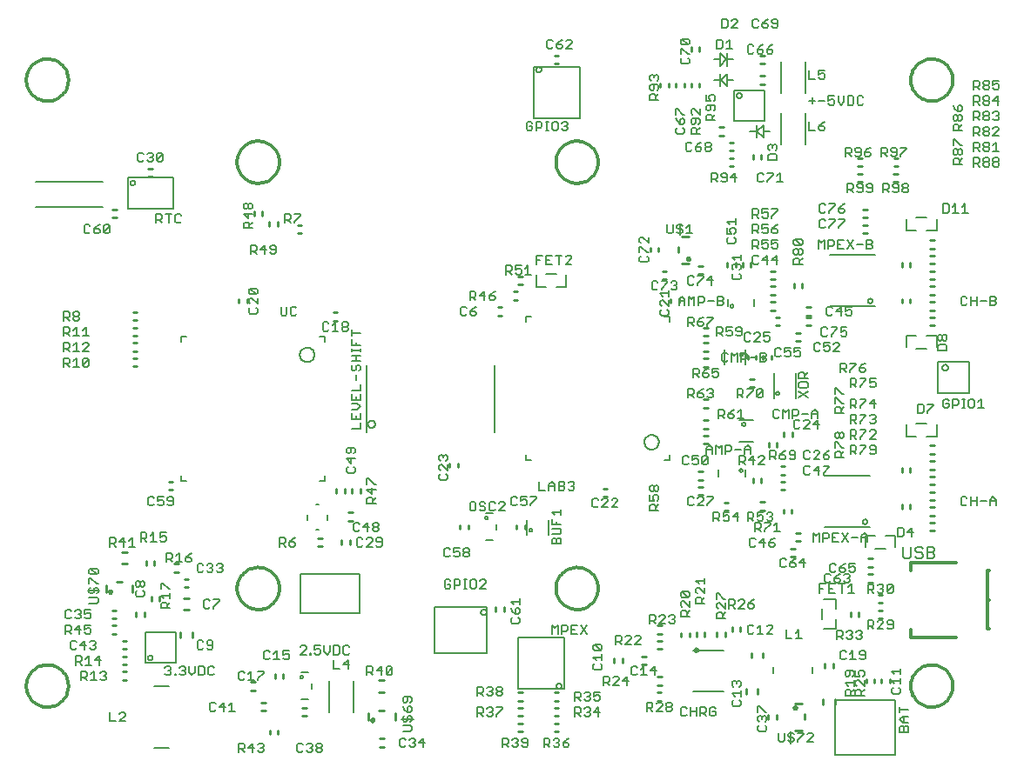
<source format=gto>
G75*
G70*
%OFA0B0*%
%FSLAX24Y24*%
%IPPOS*%
%LPD*%
%AMOC8*
5,1,8,0,0,1.08239X$1,22.5*
%
%ADD10C,0.0050*%
%ADD11C,0.0060*%
%ADD12C,0.0118*%
%ADD13C,0.0070*%
%ADD14C,0.0100*%
%ADD15C,0.0080*%
%ADD16C,0.0148*%
D10*
X007712Y002539D02*
X008263Y002539D01*
X008263Y004901D02*
X007712Y004901D01*
X007357Y005787D02*
X007357Y006968D01*
X008539Y006968D01*
X008539Y005787D01*
X007357Y005787D01*
X007456Y005984D02*
X007458Y006004D01*
X007464Y006023D01*
X007474Y006040D01*
X007486Y006055D01*
X007502Y006067D01*
X007520Y006076D01*
X007539Y006081D01*
X007559Y006082D01*
X007579Y006079D01*
X007597Y006072D01*
X007614Y006061D01*
X007628Y006048D01*
X007640Y006032D01*
X007648Y006013D01*
X007651Y005994D01*
X007651Y005974D01*
X007648Y005955D01*
X007640Y005936D01*
X007628Y005920D01*
X007614Y005907D01*
X007597Y005896D01*
X007579Y005889D01*
X007559Y005886D01*
X007539Y005887D01*
X007520Y005892D01*
X007502Y005901D01*
X007486Y005913D01*
X007474Y005928D01*
X007464Y005945D01*
X007458Y005964D01*
X007456Y005984D01*
X013312Y007706D02*
X015576Y007706D01*
X015576Y009183D01*
X013312Y009183D01*
X013312Y007706D01*
X014401Y005110D02*
X014401Y003889D01*
X015346Y003889D02*
X015346Y005110D01*
X018452Y006165D02*
X020420Y006165D01*
X020420Y007937D01*
X018452Y007937D01*
X018452Y006165D01*
X020216Y007732D02*
X020218Y007753D01*
X020224Y007773D01*
X020234Y007791D01*
X020247Y007807D01*
X020263Y007820D01*
X020281Y007830D01*
X020301Y007836D01*
X020322Y007838D01*
X020343Y007836D01*
X020363Y007830D01*
X020381Y007820D01*
X020397Y007807D01*
X020410Y007791D01*
X020420Y007773D01*
X020426Y007753D01*
X020428Y007732D01*
X020426Y007711D01*
X020420Y007691D01*
X020410Y007673D01*
X020397Y007657D01*
X020381Y007644D01*
X020363Y007634D01*
X020343Y007628D01*
X020322Y007626D01*
X020301Y007628D01*
X020281Y007634D01*
X020263Y007644D01*
X020247Y007657D01*
X020234Y007673D01*
X020224Y007691D01*
X020218Y007711D01*
X020216Y007732D01*
X021629Y006771D02*
X021629Y004803D01*
X023401Y004803D01*
X023401Y006771D01*
X021629Y006771D01*
X023106Y004901D02*
X023108Y004921D01*
X023114Y004940D01*
X023124Y004957D01*
X023136Y004972D01*
X023152Y004984D01*
X023170Y004993D01*
X023189Y004998D01*
X023209Y004999D01*
X023229Y004996D01*
X023247Y004989D01*
X023264Y004978D01*
X023278Y004965D01*
X023290Y004949D01*
X023298Y004930D01*
X023301Y004911D01*
X023301Y004891D01*
X023298Y004872D01*
X023290Y004853D01*
X023278Y004837D01*
X023264Y004824D01*
X023247Y004813D01*
X023229Y004806D01*
X023209Y004803D01*
X023189Y004804D01*
X023170Y004809D01*
X023152Y004818D01*
X023136Y004830D01*
X023124Y004845D01*
X023114Y004862D01*
X023108Y004881D01*
X023106Y004901D01*
X028322Y004704D02*
X029503Y004704D01*
X029503Y006279D02*
X028322Y006279D01*
X028389Y006279D02*
X028391Y006296D01*
X028397Y006312D01*
X028407Y006326D01*
X028420Y006337D01*
X028435Y006345D01*
X028451Y006349D01*
X028469Y006349D01*
X028485Y006345D01*
X028500Y006337D01*
X028513Y006326D01*
X028523Y006312D01*
X028529Y006296D01*
X028531Y006279D01*
X028529Y006262D01*
X028523Y006246D01*
X028513Y006232D01*
X028500Y006221D01*
X028485Y006213D01*
X028469Y006209D01*
X028451Y006209D01*
X028435Y006213D01*
X028420Y006221D01*
X028407Y006232D01*
X028397Y006246D01*
X028391Y006262D01*
X028389Y006279D01*
X031413Y005629D02*
X031413Y005393D01*
X032909Y005393D02*
X032909Y005629D01*
X033342Y007086D02*
X033794Y007086D01*
X033794Y007460D01*
X033794Y007854D02*
X033794Y008228D01*
X033342Y008228D01*
X033283Y007854D02*
X033283Y007460D01*
X034936Y010216D02*
X034936Y010669D01*
X035310Y010669D01*
X035094Y010984D02*
X033361Y010984D01*
X034829Y011200D02*
X034831Y011219D01*
X034837Y011237D01*
X034847Y011253D01*
X034860Y011267D01*
X034876Y011278D01*
X034893Y011285D01*
X034912Y011288D01*
X034931Y011287D01*
X034950Y011282D01*
X034966Y011273D01*
X034981Y011261D01*
X034992Y011245D01*
X035000Y011228D01*
X035004Y011210D01*
X035004Y011190D01*
X035000Y011172D01*
X034992Y011155D01*
X034981Y011139D01*
X034966Y011127D01*
X034950Y011118D01*
X034931Y011113D01*
X034912Y011112D01*
X034893Y011115D01*
X034876Y011122D01*
X034860Y011133D01*
X034847Y011147D01*
X034837Y011163D01*
X034831Y011181D01*
X034829Y011200D01*
X035704Y010669D02*
X036078Y010669D01*
X036078Y010216D01*
X035704Y010157D02*
X035310Y010157D01*
X035094Y012952D02*
X033361Y012952D01*
X030645Y014271D02*
X030094Y014271D01*
X030209Y014940D02*
X030211Y014956D01*
X030217Y014971D01*
X030227Y014984D01*
X030240Y014994D01*
X030255Y015000D01*
X030271Y015002D01*
X030287Y015000D01*
X030302Y014994D01*
X030315Y014984D01*
X030325Y014971D01*
X030331Y014956D01*
X030333Y014940D01*
X030331Y014924D01*
X030325Y014909D01*
X030315Y014896D01*
X030302Y014886D01*
X030287Y014880D01*
X030271Y014878D01*
X030255Y014880D01*
X030240Y014886D01*
X030227Y014896D01*
X030217Y014909D01*
X030211Y014924D01*
X030209Y014940D01*
X030094Y015098D02*
X030645Y015098D01*
X031452Y015944D02*
X031452Y016889D01*
X032279Y016889D02*
X032279Y015944D01*
X031508Y016122D02*
X031510Y016138D01*
X031516Y016153D01*
X031526Y016166D01*
X031539Y016176D01*
X031554Y016182D01*
X031570Y016184D01*
X031586Y016182D01*
X031601Y016176D01*
X031614Y016166D01*
X031624Y016153D01*
X031630Y016138D01*
X031632Y016122D01*
X031630Y016106D01*
X031624Y016091D01*
X031614Y016078D01*
X031601Y016068D01*
X031586Y016062D01*
X031570Y016060D01*
X031554Y016062D01*
X031539Y016068D01*
X031526Y016078D01*
X031516Y016091D01*
X031510Y016106D01*
X031508Y016122D01*
X030350Y017244D02*
X030350Y017795D01*
X030130Y017618D02*
X030132Y017634D01*
X030138Y017649D01*
X030148Y017662D01*
X030161Y017672D01*
X030176Y017678D01*
X030192Y017680D01*
X030208Y017678D01*
X030223Y017672D01*
X030236Y017662D01*
X030246Y017649D01*
X030252Y017634D01*
X030254Y017618D01*
X030252Y017602D01*
X030246Y017587D01*
X030236Y017574D01*
X030223Y017564D01*
X030208Y017558D01*
X030192Y017556D01*
X030176Y017558D01*
X030161Y017564D01*
X030148Y017574D01*
X030138Y017587D01*
X030132Y017602D01*
X030130Y017618D01*
X029523Y017795D02*
X029523Y017244D01*
X027436Y018877D02*
X027436Y019074D01*
X027239Y019074D01*
X023480Y020196D02*
X023480Y020649D01*
X023106Y020708D02*
X022712Y020708D01*
X022338Y020649D02*
X022338Y020196D01*
X022712Y020196D01*
X023106Y020196D02*
X023480Y020196D01*
X022121Y019074D02*
X021924Y019074D01*
X021924Y018877D01*
X020743Y017204D02*
X020743Y014645D01*
X021924Y013759D02*
X021924Y013563D01*
X022121Y013563D01*
X021964Y011259D02*
X021964Y010708D01*
X022059Y010885D02*
X022061Y010901D01*
X022067Y010916D01*
X022077Y010929D01*
X022090Y010939D01*
X022105Y010945D01*
X022121Y010947D01*
X022137Y010945D01*
X022152Y010939D01*
X022165Y010929D01*
X022175Y010916D01*
X022181Y010901D01*
X022183Y010885D01*
X022181Y010869D01*
X022175Y010854D01*
X022165Y010841D01*
X022152Y010831D01*
X022137Y010825D01*
X022121Y010823D01*
X022105Y010825D01*
X022090Y010831D01*
X022077Y010841D01*
X022067Y010854D01*
X022061Y010869D01*
X022059Y010885D01*
X022791Y010708D02*
X022791Y011259D01*
X026469Y014251D02*
X026471Y014285D01*
X026477Y014318D01*
X026487Y014350D01*
X026501Y014380D01*
X026518Y014409D01*
X026539Y014435D01*
X026563Y014459D01*
X026589Y014480D01*
X026618Y014497D01*
X026648Y014511D01*
X026680Y014521D01*
X026713Y014527D01*
X026747Y014529D01*
X026781Y014527D01*
X026814Y014521D01*
X026846Y014511D01*
X026876Y014497D01*
X026905Y014480D01*
X026931Y014459D01*
X026955Y014435D01*
X026976Y014409D01*
X026993Y014380D01*
X027007Y014350D01*
X027017Y014318D01*
X027023Y014285D01*
X027025Y014251D01*
X027023Y014217D01*
X027017Y014184D01*
X027007Y014152D01*
X026993Y014122D01*
X026976Y014093D01*
X026955Y014067D01*
X026931Y014043D01*
X026905Y014022D01*
X026876Y014005D01*
X026846Y013991D01*
X026814Y013981D01*
X026781Y013975D01*
X026747Y013973D01*
X026713Y013975D01*
X026680Y013981D01*
X026648Y013991D01*
X026618Y014005D01*
X026589Y014022D01*
X026563Y014043D01*
X026539Y014067D01*
X026518Y014093D01*
X026501Y014122D01*
X026487Y014152D01*
X026477Y014184D01*
X026471Y014217D01*
X026469Y014251D01*
X027239Y013563D02*
X027436Y013563D01*
X027436Y013759D01*
X033558Y019448D02*
X035291Y019448D01*
X035025Y019665D02*
X035027Y019684D01*
X035033Y019702D01*
X035043Y019718D01*
X035056Y019732D01*
X035072Y019743D01*
X035089Y019750D01*
X035108Y019753D01*
X035127Y019752D01*
X035146Y019747D01*
X035162Y019738D01*
X035177Y019726D01*
X035188Y019710D01*
X035196Y019693D01*
X035200Y019675D01*
X035200Y019655D01*
X035196Y019637D01*
X035188Y019620D01*
X035177Y019604D01*
X035162Y019592D01*
X035146Y019583D01*
X035127Y019578D01*
X035108Y019577D01*
X035089Y019580D01*
X035072Y019587D01*
X035056Y019598D01*
X035043Y019612D01*
X035033Y019628D01*
X035027Y019646D01*
X035025Y019665D01*
X036511Y018346D02*
X036511Y017893D01*
X036885Y017834D02*
X037279Y017834D01*
X037653Y017893D02*
X037653Y018346D01*
X037279Y018346D01*
X036885Y018346D02*
X036511Y018346D01*
X037712Y017322D02*
X038913Y017322D01*
X038913Y016122D01*
X037712Y016122D01*
X037712Y017322D01*
X037872Y017106D02*
X037874Y017128D01*
X037880Y017149D01*
X037890Y017168D01*
X037904Y017185D01*
X037920Y017200D01*
X037939Y017211D01*
X037960Y017218D01*
X037982Y017221D01*
X038003Y017220D01*
X038025Y017215D01*
X038044Y017206D01*
X038062Y017193D01*
X038077Y017177D01*
X038089Y017159D01*
X038097Y017138D01*
X038101Y017117D01*
X038101Y017095D01*
X038097Y017074D01*
X038089Y017053D01*
X038077Y017035D01*
X038062Y017019D01*
X038045Y017006D01*
X038025Y016997D01*
X038003Y016992D01*
X037982Y016991D01*
X037960Y016994D01*
X037939Y017001D01*
X037920Y017012D01*
X037904Y017027D01*
X037890Y017044D01*
X037880Y017063D01*
X037874Y017084D01*
X037872Y017106D01*
X037653Y014921D02*
X037653Y014468D01*
X037279Y014468D01*
X036885Y014468D02*
X036511Y014468D01*
X036511Y014921D01*
X036885Y014980D02*
X037279Y014980D01*
X035291Y021417D02*
X033558Y021417D01*
X036511Y022362D02*
X036511Y022814D01*
X036885Y022874D02*
X037279Y022874D01*
X037653Y022814D02*
X037653Y022362D01*
X037279Y022362D01*
X036885Y022362D02*
X036511Y022362D01*
X032633Y025649D02*
X032633Y026870D01*
X032633Y027618D02*
X032633Y028838D01*
X031688Y028838D02*
X031688Y027618D01*
X031078Y027736D02*
X029897Y027736D01*
X029897Y026555D01*
X031078Y026555D01*
X031078Y027736D01*
X029996Y027539D02*
X029998Y027559D01*
X030004Y027578D01*
X030014Y027595D01*
X030026Y027610D01*
X030042Y027622D01*
X030060Y027631D01*
X030079Y027636D01*
X030099Y027637D01*
X030119Y027634D01*
X030137Y027627D01*
X030154Y027616D01*
X030168Y027603D01*
X030180Y027587D01*
X030188Y027568D01*
X030191Y027549D01*
X030191Y027529D01*
X030188Y027510D01*
X030180Y027491D01*
X030168Y027475D01*
X030154Y027462D01*
X030137Y027451D01*
X030119Y027444D01*
X030099Y027441D01*
X030079Y027442D01*
X030060Y027447D01*
X030042Y027456D01*
X030026Y027468D01*
X030014Y027483D01*
X030004Y027500D01*
X029998Y027519D01*
X029996Y027539D01*
X029641Y027893D02*
X029405Y028129D01*
X029129Y028129D01*
X029405Y028129D02*
X029641Y028366D01*
X029641Y028129D01*
X029877Y028129D01*
X029641Y028129D02*
X029641Y027893D01*
X029385Y027893D02*
X029385Y028366D01*
X029365Y028681D02*
X029602Y028917D01*
X029877Y028917D01*
X029602Y028917D02*
X029365Y029153D01*
X029365Y028917D01*
X029129Y028917D01*
X029365Y028917D02*
X029365Y028681D01*
X029621Y028681D02*
X029621Y029153D01*
X031688Y026870D02*
X031688Y025649D01*
X031019Y025925D02*
X030783Y026161D01*
X030507Y026161D01*
X030783Y026161D02*
X031019Y026397D01*
X031019Y026161D01*
X031255Y026161D01*
X031019Y026161D02*
X031019Y025925D01*
X030763Y025925D02*
X030763Y026397D01*
X023991Y026653D02*
X023991Y028622D01*
X022220Y028622D01*
X022220Y026653D01*
X023991Y026653D01*
X022318Y028523D02*
X022320Y028544D01*
X022326Y028564D01*
X022336Y028582D01*
X022349Y028598D01*
X022365Y028611D01*
X022383Y028621D01*
X022403Y028627D01*
X022424Y028629D01*
X022445Y028627D01*
X022465Y028621D01*
X022483Y028611D01*
X022499Y028598D01*
X022512Y028582D01*
X022522Y028564D01*
X022528Y028544D01*
X022530Y028523D01*
X022528Y028502D01*
X022522Y028482D01*
X022512Y028464D01*
X022499Y028448D01*
X022483Y028435D01*
X022465Y028425D01*
X022445Y028419D01*
X022424Y028417D01*
X022403Y028419D01*
X022383Y028425D01*
X022365Y028435D01*
X022349Y028448D01*
X022336Y028464D01*
X022326Y028482D01*
X022320Y028502D01*
X022318Y028523D01*
X014247Y018287D02*
X014050Y018287D01*
X014247Y018287D02*
X014247Y018090D01*
X013280Y017598D02*
X013282Y017632D01*
X013288Y017665D01*
X013298Y017697D01*
X013312Y017727D01*
X013329Y017756D01*
X013350Y017782D01*
X013374Y017806D01*
X013400Y017827D01*
X013429Y017844D01*
X013459Y017858D01*
X013491Y017868D01*
X013524Y017874D01*
X013558Y017876D01*
X013592Y017874D01*
X013625Y017868D01*
X013657Y017858D01*
X013687Y017844D01*
X013716Y017827D01*
X013742Y017806D01*
X013766Y017782D01*
X013787Y017756D01*
X013804Y017727D01*
X013818Y017697D01*
X013828Y017665D01*
X013834Y017632D01*
X013836Y017598D01*
X013834Y017564D01*
X013828Y017531D01*
X013818Y017499D01*
X013804Y017469D01*
X013787Y017440D01*
X013766Y017414D01*
X013742Y017390D01*
X013716Y017369D01*
X013687Y017352D01*
X013657Y017338D01*
X013625Y017328D01*
X013592Y017322D01*
X013558Y017320D01*
X013524Y017322D01*
X013491Y017328D01*
X013459Y017338D01*
X013429Y017352D01*
X013400Y017369D01*
X013374Y017390D01*
X013350Y017414D01*
X013329Y017440D01*
X013312Y017469D01*
X013298Y017499D01*
X013288Y017531D01*
X013282Y017564D01*
X013280Y017598D01*
X015822Y017204D02*
X015822Y014645D01*
X015880Y014940D02*
X015882Y014963D01*
X015888Y014986D01*
X015898Y015008D01*
X015911Y015027D01*
X015927Y015044D01*
X015946Y015058D01*
X015967Y015069D01*
X015990Y015076D01*
X016013Y015079D01*
X016037Y015078D01*
X016060Y015073D01*
X016082Y015064D01*
X016102Y015052D01*
X016119Y015036D01*
X016134Y015018D01*
X016146Y014997D01*
X016154Y014975D01*
X016157Y014952D01*
X016157Y014928D01*
X016154Y014905D01*
X016146Y014883D01*
X016134Y014862D01*
X016119Y014844D01*
X016102Y014828D01*
X016082Y014816D01*
X016060Y014807D01*
X016037Y014802D01*
X016013Y014801D01*
X015990Y014804D01*
X015967Y014811D01*
X015946Y014822D01*
X015927Y014836D01*
X015911Y014853D01*
X015898Y014872D01*
X015888Y014894D01*
X015882Y014917D01*
X015880Y014940D01*
X014247Y012972D02*
X014247Y012775D01*
X014050Y012775D01*
X014011Y011870D02*
X013913Y011870D01*
X013558Y011476D02*
X013558Y011259D01*
X013913Y010885D02*
X014011Y010885D01*
X014346Y011259D02*
X014346Y011476D01*
X008932Y012775D02*
X008735Y012775D01*
X008735Y012972D01*
X008735Y018090D02*
X008735Y018287D01*
X008932Y018287D01*
X008420Y023208D02*
X006688Y023208D01*
X006688Y024389D01*
X008420Y024389D01*
X008420Y023208D01*
X006797Y024192D02*
X006799Y024211D01*
X006805Y024229D01*
X006815Y024245D01*
X006828Y024259D01*
X006844Y024270D01*
X006861Y024277D01*
X006880Y024280D01*
X006899Y024279D01*
X006918Y024274D01*
X006934Y024265D01*
X006949Y024253D01*
X006960Y024237D01*
X006968Y024220D01*
X006972Y024202D01*
X006972Y024182D01*
X006968Y024164D01*
X006960Y024147D01*
X006949Y024131D01*
X006934Y024119D01*
X006918Y024110D01*
X006899Y024105D01*
X006880Y024104D01*
X006861Y024107D01*
X006844Y024114D01*
X006828Y024125D01*
X006815Y024139D01*
X006805Y024155D01*
X006799Y024173D01*
X006797Y024192D01*
X005743Y024232D02*
X003184Y024232D01*
X003184Y023248D02*
X005743Y023248D01*
X033755Y004350D02*
X033755Y002263D01*
X036078Y002263D01*
X036078Y004350D01*
X033755Y004350D01*
D11*
X006236Y003553D02*
X006010Y003553D01*
X006010Y003893D01*
X006378Y003837D02*
X006435Y003893D01*
X006548Y003893D01*
X006605Y003837D01*
X006605Y003780D01*
X006378Y003553D01*
X006605Y003553D01*
X005811Y005122D02*
X005698Y005122D01*
X005641Y005178D01*
X005500Y005122D02*
X005273Y005122D01*
X005386Y005122D02*
X005386Y005462D01*
X005273Y005349D01*
X005131Y005405D02*
X005131Y005292D01*
X005075Y005235D01*
X004905Y005235D01*
X005018Y005235D02*
X005131Y005122D01*
X004905Y005122D02*
X004905Y005462D01*
X005075Y005462D01*
X005131Y005405D01*
X005076Y005712D02*
X005303Y005712D01*
X005189Y005712D02*
X005189Y006052D01*
X005076Y005939D01*
X004935Y005882D02*
X004878Y005826D01*
X004708Y005826D01*
X004821Y005826D02*
X004935Y005712D01*
X004935Y005882D02*
X004935Y005996D01*
X004878Y006052D01*
X004708Y006052D01*
X004708Y005712D01*
X004681Y006303D02*
X004738Y006359D01*
X004681Y006303D02*
X004568Y006303D01*
X004511Y006359D01*
X004511Y006586D01*
X004568Y006643D01*
X004681Y006643D01*
X004738Y006586D01*
X004879Y006473D02*
X005049Y006643D01*
X005049Y006303D01*
X005106Y006473D02*
X004879Y006473D01*
X005248Y006586D02*
X005304Y006643D01*
X005418Y006643D01*
X005474Y006586D01*
X005474Y006530D01*
X005418Y006473D01*
X005474Y006416D01*
X005474Y006359D01*
X005418Y006303D01*
X005304Y006303D01*
X005248Y006359D01*
X005361Y006473D02*
X005418Y006473D01*
X005614Y006052D02*
X005444Y005882D01*
X005671Y005882D01*
X005614Y005712D02*
X005614Y006052D01*
X005698Y005462D02*
X005811Y005462D01*
X005868Y005405D01*
X005868Y005349D01*
X005811Y005292D01*
X005868Y005235D01*
X005868Y005178D01*
X005811Y005122D01*
X005811Y005292D02*
X005755Y005292D01*
X005641Y005405D02*
X005698Y005462D01*
X005221Y006893D02*
X005107Y006893D01*
X005051Y006950D01*
X005051Y007063D02*
X005164Y007120D01*
X005221Y007120D01*
X005278Y007063D01*
X005278Y006950D01*
X005221Y006893D01*
X005051Y007063D02*
X005051Y007234D01*
X005278Y007234D01*
X005221Y007484D02*
X005107Y007484D01*
X005051Y007541D01*
X005051Y007654D02*
X005164Y007711D01*
X005221Y007711D01*
X005278Y007654D01*
X005278Y007541D01*
X005221Y007484D01*
X005051Y007654D02*
X005051Y007824D01*
X005278Y007824D01*
X005216Y008081D02*
X005499Y008081D01*
X005556Y008137D01*
X005556Y008251D01*
X005499Y008308D01*
X005216Y008308D01*
X005272Y008449D02*
X005216Y008506D01*
X005216Y008619D01*
X005272Y008676D01*
X005386Y008619D02*
X005386Y008506D01*
X005329Y008449D01*
X005272Y008449D01*
X005159Y008562D02*
X005613Y008562D01*
X005556Y008506D02*
X005556Y008619D01*
X005499Y008676D01*
X005442Y008676D01*
X005386Y008619D01*
X005499Y008449D02*
X005556Y008506D01*
X005556Y008817D02*
X005499Y008817D01*
X005272Y009044D01*
X005216Y009044D01*
X005216Y008817D01*
X005272Y009186D02*
X005216Y009242D01*
X005216Y009356D01*
X005272Y009412D01*
X005499Y009186D01*
X005556Y009242D01*
X005556Y009356D01*
X005499Y009412D01*
X005272Y009412D01*
X005272Y009186D02*
X005499Y009186D01*
X006994Y008867D02*
X007050Y008924D01*
X007107Y008924D01*
X007164Y008867D01*
X007164Y008753D01*
X007107Y008697D01*
X007050Y008697D01*
X006994Y008753D01*
X006994Y008867D01*
X007164Y008867D02*
X007220Y008924D01*
X007277Y008924D01*
X007334Y008867D01*
X007334Y008753D01*
X007277Y008697D01*
X007220Y008697D01*
X007164Y008753D01*
X007277Y008555D02*
X007334Y008498D01*
X007334Y008385D01*
X007277Y008328D01*
X007050Y008328D01*
X006994Y008385D01*
X006994Y008498D01*
X007050Y008555D01*
X007971Y008620D02*
X007971Y008847D01*
X008028Y008847D01*
X008255Y008620D01*
X008312Y008620D01*
X008312Y008479D02*
X008312Y008252D01*
X008312Y008366D02*
X007971Y008366D01*
X008085Y008252D01*
X008142Y008111D02*
X008198Y008054D01*
X008198Y007884D01*
X008198Y007997D02*
X008312Y008111D01*
X008142Y008111D02*
X008028Y008111D01*
X007971Y008054D01*
X007971Y007884D01*
X008312Y007884D01*
X009604Y007934D02*
X009660Y007878D01*
X009774Y007878D01*
X009830Y007934D01*
X009972Y007934D02*
X009972Y007878D01*
X009972Y007934D02*
X010199Y008161D01*
X010199Y008218D01*
X009972Y008218D01*
X009830Y008161D02*
X009774Y008218D01*
X009660Y008218D01*
X009604Y008161D01*
X009604Y007934D01*
X009526Y006649D02*
X009413Y006649D01*
X009356Y006593D01*
X009356Y006366D01*
X009413Y006309D01*
X009526Y006309D01*
X009583Y006366D01*
X009724Y006366D02*
X009781Y006309D01*
X009894Y006309D01*
X009951Y006366D01*
X009951Y006593D01*
X009894Y006649D01*
X009781Y006649D01*
X009724Y006593D01*
X009724Y006536D01*
X009781Y006479D01*
X009951Y006479D01*
X009583Y006593D02*
X009526Y006649D01*
X009577Y005659D02*
X009407Y005659D01*
X009407Y005319D01*
X009577Y005319D01*
X009634Y005375D01*
X009634Y005602D01*
X009577Y005659D01*
X009775Y005602D02*
X009775Y005375D01*
X009832Y005319D01*
X009945Y005319D01*
X010002Y005375D01*
X010002Y005602D02*
X009945Y005659D01*
X009832Y005659D01*
X009775Y005602D01*
X009265Y005659D02*
X009265Y005432D01*
X009152Y005319D01*
X009038Y005432D01*
X009038Y005659D01*
X008897Y005602D02*
X008840Y005659D01*
X008727Y005659D01*
X008670Y005602D01*
X008784Y005489D02*
X008840Y005489D01*
X008897Y005432D01*
X008897Y005375D01*
X008840Y005319D01*
X008727Y005319D01*
X008670Y005375D01*
X008543Y005375D02*
X008543Y005319D01*
X008486Y005319D01*
X008486Y005375D01*
X008543Y005375D01*
X008345Y005375D02*
X008288Y005319D01*
X008174Y005319D01*
X008118Y005375D01*
X008231Y005489D02*
X008288Y005489D01*
X008345Y005432D01*
X008345Y005375D01*
X008288Y005489D02*
X008345Y005545D01*
X008345Y005602D01*
X008288Y005659D01*
X008174Y005659D01*
X008118Y005602D01*
X008840Y005489D02*
X008897Y005545D01*
X008897Y005602D01*
X009883Y004281D02*
X009826Y004224D01*
X009826Y003997D01*
X009883Y003941D01*
X009996Y003941D01*
X010053Y003997D01*
X010194Y004111D02*
X010421Y004111D01*
X010562Y004167D02*
X010676Y004281D01*
X010676Y003941D01*
X010789Y003941D02*
X010562Y003941D01*
X010364Y003941D02*
X010364Y004281D01*
X010194Y004111D01*
X010053Y004224D02*
X009996Y004281D01*
X009883Y004281D01*
X010931Y005185D02*
X010987Y005128D01*
X011101Y005128D01*
X011158Y005185D01*
X011299Y005128D02*
X011526Y005128D01*
X011413Y005128D02*
X011413Y005468D01*
X011299Y005355D01*
X011158Y005411D02*
X011101Y005468D01*
X010987Y005468D01*
X010931Y005411D01*
X010931Y005185D01*
X011667Y005185D02*
X011667Y005128D01*
X011667Y005185D02*
X011894Y005411D01*
X011894Y005468D01*
X011667Y005468D01*
X011972Y005915D02*
X012085Y005915D01*
X012142Y005972D01*
X012283Y005915D02*
X012510Y005915D01*
X012397Y005915D02*
X012397Y006256D01*
X012283Y006142D01*
X012142Y006199D02*
X012085Y006256D01*
X011972Y006256D01*
X011915Y006199D01*
X011915Y005972D01*
X011972Y005915D01*
X012652Y005972D02*
X012708Y005915D01*
X012822Y005915D01*
X012879Y005972D01*
X012879Y006085D01*
X012822Y006142D01*
X012765Y006142D01*
X012652Y006085D01*
X012652Y006256D01*
X012879Y006256D01*
X013293Y006396D02*
X013350Y006452D01*
X013463Y006452D01*
X013520Y006396D01*
X013520Y006339D01*
X013293Y006112D01*
X013520Y006112D01*
X013661Y006112D02*
X013718Y006112D01*
X013718Y006169D01*
X013661Y006169D01*
X013661Y006112D01*
X013845Y006169D02*
X013902Y006112D01*
X014016Y006112D01*
X014072Y006169D01*
X014072Y006282D01*
X014016Y006339D01*
X013959Y006339D01*
X013845Y006282D01*
X013845Y006452D01*
X014072Y006452D01*
X014214Y006452D02*
X014214Y006226D01*
X014327Y006112D01*
X014441Y006226D01*
X014441Y006452D01*
X014582Y006452D02*
X014582Y006112D01*
X014752Y006112D01*
X014809Y006169D01*
X014809Y006396D01*
X014752Y006452D01*
X014582Y006452D01*
X014950Y006396D02*
X014950Y006169D01*
X015007Y006112D01*
X015120Y006112D01*
X015177Y006169D01*
X015177Y006396D02*
X015120Y006452D01*
X015007Y006452D01*
X014950Y006396D01*
X015119Y005897D02*
X014949Y005727D01*
X015176Y005727D01*
X015119Y005557D02*
X015119Y005897D01*
X014807Y005557D02*
X014580Y005557D01*
X014580Y005897D01*
X015852Y005665D02*
X015852Y005325D01*
X015852Y005438D02*
X016022Y005438D01*
X016079Y005495D01*
X016079Y005608D01*
X016022Y005665D01*
X015852Y005665D01*
X015965Y005438D02*
X016079Y005325D01*
X016220Y005495D02*
X016447Y005495D01*
X016390Y005325D02*
X016390Y005665D01*
X016220Y005495D01*
X016589Y005608D02*
X016645Y005665D01*
X016759Y005665D01*
X016816Y005608D01*
X016589Y005381D01*
X016645Y005325D01*
X016759Y005325D01*
X016816Y005381D01*
X016816Y005608D01*
X016589Y005608D02*
X016589Y005381D01*
X017280Y004491D02*
X017223Y004434D01*
X017223Y004321D01*
X017280Y004264D01*
X017337Y004264D01*
X017394Y004321D01*
X017394Y004491D01*
X017507Y004491D02*
X017280Y004491D01*
X017507Y004491D02*
X017564Y004434D01*
X017564Y004321D01*
X017507Y004264D01*
X017507Y004123D02*
X017450Y004123D01*
X017394Y004066D01*
X017394Y003896D01*
X017507Y003896D01*
X017564Y003953D01*
X017564Y004066D01*
X017507Y004123D01*
X017394Y003896D02*
X017280Y004009D01*
X017223Y004123D01*
X017280Y003755D02*
X017223Y003698D01*
X017223Y003584D01*
X017280Y003528D01*
X017337Y003528D01*
X017394Y003584D01*
X017394Y003698D01*
X017450Y003755D01*
X017507Y003755D01*
X017564Y003698D01*
X017564Y003584D01*
X017507Y003528D01*
X017507Y003386D02*
X017223Y003386D01*
X017223Y003159D02*
X017507Y003159D01*
X017564Y003216D01*
X017564Y003330D01*
X017507Y003386D01*
X017620Y003641D02*
X017167Y003641D01*
X017166Y002903D02*
X017109Y002846D01*
X017109Y002619D01*
X017166Y002563D01*
X017279Y002563D01*
X017336Y002619D01*
X017478Y002619D02*
X017534Y002563D01*
X017648Y002563D01*
X017704Y002619D01*
X017704Y002676D01*
X017648Y002733D01*
X017591Y002733D01*
X017648Y002733D02*
X017704Y002789D01*
X017704Y002846D01*
X017648Y002903D01*
X017534Y002903D01*
X017478Y002846D01*
X017336Y002846D02*
X017279Y002903D01*
X017166Y002903D01*
X017846Y002733D02*
X018073Y002733D01*
X018016Y002903D02*
X017846Y002733D01*
X018016Y002563D02*
X018016Y002903D01*
X020062Y003744D02*
X020062Y004084D01*
X020232Y004084D01*
X020289Y004027D01*
X020289Y003914D01*
X020232Y003857D01*
X020062Y003857D01*
X020176Y003857D02*
X020289Y003744D01*
X020430Y003800D02*
X020487Y003744D01*
X020601Y003744D01*
X020657Y003800D01*
X020657Y003857D01*
X020601Y003914D01*
X020544Y003914D01*
X020601Y003914D02*
X020657Y003971D01*
X020657Y004027D01*
X020601Y004084D01*
X020487Y004084D01*
X020430Y004027D01*
X020799Y004084D02*
X021026Y004084D01*
X021026Y004027D01*
X020799Y003800D01*
X020799Y003744D01*
X020855Y004531D02*
X020799Y004588D01*
X020799Y004645D01*
X020855Y004701D01*
X020969Y004701D01*
X021026Y004645D01*
X021026Y004588D01*
X020969Y004531D01*
X020855Y004531D01*
X020855Y004701D02*
X020799Y004758D01*
X020799Y004815D01*
X020855Y004871D01*
X020969Y004871D01*
X021026Y004815D01*
X021026Y004758D01*
X020969Y004701D01*
X020657Y004645D02*
X020657Y004588D01*
X020601Y004531D01*
X020487Y004531D01*
X020430Y004588D01*
X020289Y004531D02*
X020176Y004645D01*
X020232Y004645D02*
X020062Y004645D01*
X020062Y004531D02*
X020062Y004871D01*
X020232Y004871D01*
X020289Y004815D01*
X020289Y004701D01*
X020232Y004645D01*
X020430Y004815D02*
X020487Y004871D01*
X020601Y004871D01*
X020657Y004815D01*
X020657Y004758D01*
X020601Y004701D01*
X020657Y004645D01*
X020601Y004701D02*
X020544Y004701D01*
X021046Y002903D02*
X021216Y002903D01*
X021273Y002846D01*
X021273Y002733D01*
X021216Y002676D01*
X021046Y002676D01*
X021046Y002563D02*
X021046Y002903D01*
X021160Y002676D02*
X021273Y002563D01*
X021415Y002619D02*
X021471Y002563D01*
X021585Y002563D01*
X021641Y002619D01*
X021641Y002676D01*
X021585Y002733D01*
X021528Y002733D01*
X021585Y002733D02*
X021641Y002789D01*
X021641Y002846D01*
X021585Y002903D01*
X021471Y002903D01*
X021415Y002846D01*
X021783Y002846D02*
X021783Y002789D01*
X021840Y002733D01*
X022010Y002733D01*
X022010Y002846D02*
X021953Y002903D01*
X021840Y002903D01*
X021783Y002846D01*
X021783Y002619D02*
X021840Y002563D01*
X021953Y002563D01*
X022010Y002619D01*
X022010Y002846D01*
X022621Y002903D02*
X022621Y002563D01*
X022621Y002676D02*
X022791Y002676D01*
X022848Y002733D01*
X022848Y002846D01*
X022791Y002903D01*
X022621Y002903D01*
X022735Y002676D02*
X022848Y002563D01*
X022989Y002619D02*
X023046Y002563D01*
X023160Y002563D01*
X023216Y002619D01*
X023216Y002676D01*
X023160Y002733D01*
X023103Y002733D01*
X023160Y002733D02*
X023216Y002789D01*
X023216Y002846D01*
X023160Y002903D01*
X023046Y002903D01*
X022989Y002846D01*
X023358Y002733D02*
X023528Y002733D01*
X023585Y002676D01*
X023585Y002619D01*
X023528Y002563D01*
X023414Y002563D01*
X023358Y002619D01*
X023358Y002733D01*
X023471Y002846D01*
X023585Y002903D01*
X023802Y003744D02*
X023802Y004084D01*
X023972Y004084D01*
X024029Y004027D01*
X024029Y003914D01*
X023972Y003857D01*
X023802Y003857D01*
X023916Y003857D02*
X024029Y003744D01*
X024171Y003800D02*
X024227Y003744D01*
X024341Y003744D01*
X024397Y003800D01*
X024397Y003857D01*
X024341Y003914D01*
X024284Y003914D01*
X024341Y003914D02*
X024397Y003971D01*
X024397Y004027D01*
X024341Y004084D01*
X024227Y004084D01*
X024171Y004027D01*
X024227Y004334D02*
X024171Y004391D01*
X024227Y004334D02*
X024341Y004334D01*
X024397Y004391D01*
X024397Y004448D01*
X024341Y004504D01*
X024284Y004504D01*
X024341Y004504D02*
X024397Y004561D01*
X024397Y004618D01*
X024341Y004675D01*
X024227Y004675D01*
X024171Y004618D01*
X024029Y004618D02*
X024029Y004504D01*
X023972Y004448D01*
X023802Y004448D01*
X023916Y004448D02*
X024029Y004334D01*
X023802Y004334D02*
X023802Y004675D01*
X023972Y004675D01*
X024029Y004618D01*
X024539Y004675D02*
X024539Y004504D01*
X024652Y004561D01*
X024709Y004561D01*
X024766Y004504D01*
X024766Y004391D01*
X024709Y004334D01*
X024596Y004334D01*
X024539Y004391D01*
X024539Y004675D02*
X024766Y004675D01*
X024907Y004931D02*
X024907Y005271D01*
X025077Y005271D01*
X025134Y005215D01*
X025134Y005101D01*
X025077Y005045D01*
X024907Y005045D01*
X025021Y005045D02*
X025134Y004931D01*
X025275Y004931D02*
X025502Y005158D01*
X025502Y005215D01*
X025446Y005271D01*
X025332Y005271D01*
X025275Y005215D01*
X025275Y004931D02*
X025502Y004931D01*
X025644Y005101D02*
X025871Y005101D01*
X025814Y004931D02*
X025814Y005271D01*
X025644Y005101D01*
X025968Y005375D02*
X026024Y005319D01*
X026138Y005319D01*
X026194Y005375D01*
X026336Y005319D02*
X026563Y005319D01*
X026449Y005319D02*
X026449Y005659D01*
X026336Y005545D01*
X026194Y005602D02*
X026138Y005659D01*
X026024Y005659D01*
X025968Y005602D01*
X025968Y005375D01*
X026704Y005489D02*
X026931Y005489D01*
X026874Y005659D02*
X026704Y005489D01*
X026874Y005319D02*
X026874Y005659D01*
X026341Y006500D02*
X026114Y006500D01*
X026341Y006726D01*
X026341Y006783D01*
X026284Y006840D01*
X026170Y006840D01*
X026114Y006783D01*
X025972Y006783D02*
X025915Y006840D01*
X025802Y006840D01*
X025745Y006783D01*
X025604Y006783D02*
X025604Y006670D01*
X025547Y006613D01*
X025377Y006613D01*
X025377Y006500D02*
X025377Y006840D01*
X025547Y006840D01*
X025604Y006783D01*
X025490Y006613D02*
X025604Y006500D01*
X025745Y006500D02*
X025972Y006726D01*
X025972Y006783D01*
X025972Y006500D02*
X025745Y006500D01*
X024847Y006428D02*
X024847Y006315D01*
X024790Y006258D01*
X024564Y006485D01*
X024790Y006485D01*
X024847Y006428D01*
X024790Y006258D02*
X024564Y006258D01*
X024507Y006315D01*
X024507Y006428D01*
X024564Y006485D01*
X024847Y006117D02*
X024847Y005890D01*
X024847Y006003D02*
X024507Y006003D01*
X024620Y005890D01*
X024564Y005749D02*
X024507Y005692D01*
X024507Y005578D01*
X024564Y005522D01*
X024790Y005522D01*
X024847Y005578D01*
X024847Y005692D01*
X024790Y005749D01*
X024270Y006900D02*
X024044Y007240D01*
X023902Y007240D02*
X023675Y007240D01*
X023675Y006900D01*
X023902Y006900D01*
X024044Y006900D02*
X024270Y007240D01*
X023789Y007070D02*
X023675Y007070D01*
X023534Y007070D02*
X023477Y007013D01*
X023307Y007013D01*
X023307Y006900D02*
X023307Y007240D01*
X023477Y007240D01*
X023534Y007183D01*
X023534Y007070D01*
X023166Y007240D02*
X023166Y006900D01*
X022939Y006900D02*
X022939Y007240D01*
X023052Y007126D01*
X023166Y007240D01*
X021698Y007350D02*
X021698Y007463D01*
X021641Y007520D01*
X021641Y007662D02*
X021527Y007662D01*
X021527Y007832D01*
X021584Y007888D01*
X021641Y007888D01*
X021698Y007832D01*
X021698Y007718D01*
X021641Y007662D01*
X021527Y007662D02*
X021414Y007775D01*
X021357Y007888D01*
X021471Y008030D02*
X021357Y008143D01*
X021698Y008143D01*
X021698Y008030D02*
X021698Y008257D01*
X021414Y007520D02*
X021357Y007463D01*
X021357Y007350D01*
X021414Y007293D01*
X021641Y007293D01*
X021698Y007350D01*
X020398Y008644D02*
X020171Y008644D01*
X020398Y008871D01*
X020398Y008927D01*
X020341Y008984D01*
X020228Y008984D01*
X020171Y008927D01*
X020030Y008927D02*
X019973Y008984D01*
X019859Y008984D01*
X019803Y008927D01*
X019803Y008700D01*
X019859Y008644D01*
X019973Y008644D01*
X020030Y008700D01*
X020030Y008927D01*
X019671Y008984D02*
X019557Y008984D01*
X019614Y008984D02*
X019614Y008644D01*
X019557Y008644D02*
X019671Y008644D01*
X019416Y008814D02*
X019416Y008927D01*
X019359Y008984D01*
X019189Y008984D01*
X019189Y008644D01*
X019189Y008757D02*
X019359Y008757D01*
X019416Y008814D01*
X019047Y008814D02*
X018934Y008814D01*
X019047Y008814D02*
X019047Y008700D01*
X018991Y008644D01*
X018877Y008644D01*
X018821Y008700D01*
X018821Y008927D01*
X018877Y008984D01*
X018991Y008984D01*
X019047Y008927D01*
X018975Y009852D02*
X019032Y009909D01*
X018975Y009852D02*
X018861Y009852D01*
X018805Y009909D01*
X018805Y010136D01*
X018861Y010193D01*
X018975Y010193D01*
X019032Y010136D01*
X019173Y010193D02*
X019173Y010022D01*
X019287Y010079D01*
X019343Y010079D01*
X019400Y010022D01*
X019400Y009909D01*
X019343Y009852D01*
X019230Y009852D01*
X019173Y009909D01*
X019173Y010193D02*
X019400Y010193D01*
X019541Y010136D02*
X019541Y010079D01*
X019598Y010022D01*
X019712Y010022D01*
X019768Y009966D01*
X019768Y009909D01*
X019712Y009852D01*
X019598Y009852D01*
X019541Y009909D01*
X019541Y009966D01*
X019598Y010022D01*
X019712Y010022D02*
X019768Y010079D01*
X019768Y010136D01*
X019712Y010193D01*
X019598Y010193D01*
X019541Y010136D01*
X019846Y011624D02*
X019959Y011624D01*
X020016Y011681D01*
X020016Y011908D01*
X019959Y011964D01*
X019846Y011964D01*
X019789Y011908D01*
X019789Y011681D01*
X019846Y011624D01*
X020157Y011681D02*
X020214Y011624D01*
X020327Y011624D01*
X020384Y011681D01*
X020384Y011737D01*
X020327Y011794D01*
X020214Y011794D01*
X020157Y011851D01*
X020157Y011908D01*
X020214Y011964D01*
X020327Y011964D01*
X020384Y011908D01*
X020526Y011908D02*
X020526Y011681D01*
X020582Y011624D01*
X020696Y011624D01*
X020753Y011681D01*
X020894Y011624D02*
X021121Y011851D01*
X021121Y011908D01*
X021064Y011964D01*
X020951Y011964D01*
X020894Y011908D01*
X020753Y011908D02*
X020696Y011964D01*
X020582Y011964D01*
X020526Y011908D01*
X020894Y011624D02*
X021121Y011624D01*
X021364Y011878D02*
X021364Y012104D01*
X021421Y012161D01*
X021534Y012161D01*
X021591Y012104D01*
X021732Y012161D02*
X021732Y011991D01*
X021846Y012048D01*
X021902Y012048D01*
X021959Y011991D01*
X021959Y011878D01*
X021902Y011821D01*
X021789Y011821D01*
X021732Y011878D01*
X021591Y011878D02*
X021534Y011821D01*
X021421Y011821D01*
X021364Y011878D01*
X021732Y012161D02*
X021959Y012161D01*
X022100Y012161D02*
X022327Y012161D01*
X022327Y012104D01*
X022100Y011878D01*
X022100Y011821D01*
X022938Y011566D02*
X023279Y011566D01*
X023279Y011453D02*
X023279Y011679D01*
X023052Y011453D02*
X022938Y011566D01*
X022938Y011311D02*
X022938Y011084D01*
X023279Y011084D01*
X023222Y010943D02*
X022938Y010943D01*
X023109Y011084D02*
X023109Y011198D01*
X023222Y010943D02*
X023279Y010886D01*
X023279Y010773D01*
X023222Y010716D01*
X022938Y010716D01*
X022995Y010574D02*
X022938Y010518D01*
X022938Y010348D01*
X023279Y010348D01*
X023279Y010518D01*
X023222Y010574D01*
X023165Y010574D01*
X023109Y010518D01*
X023109Y010348D01*
X023109Y010518D02*
X023052Y010574D01*
X022995Y010574D01*
X024483Y011812D02*
X024540Y011756D01*
X024653Y011756D01*
X024710Y011812D01*
X024852Y011756D02*
X025079Y011982D01*
X025079Y012039D01*
X025022Y012096D01*
X024908Y012096D01*
X024852Y012039D01*
X024710Y012039D02*
X024653Y012096D01*
X024540Y012096D01*
X024483Y012039D01*
X024483Y011812D01*
X024852Y011756D02*
X025079Y011756D01*
X025220Y011756D02*
X025447Y011982D01*
X025447Y012039D01*
X025390Y012096D01*
X025277Y012096D01*
X025220Y012039D01*
X025220Y011756D02*
X025447Y011756D01*
X026672Y011794D02*
X026729Y011851D01*
X026842Y011851D01*
X026899Y011794D01*
X026899Y011624D01*
X026899Y011737D02*
X027013Y011851D01*
X026956Y011992D02*
X027013Y012049D01*
X027013Y012162D01*
X026956Y012219D01*
X026842Y012219D01*
X026786Y012162D01*
X026786Y012106D01*
X026842Y011992D01*
X026672Y011992D01*
X026672Y012219D01*
X026729Y012361D02*
X026786Y012361D01*
X026842Y012417D01*
X026842Y012531D01*
X026899Y012587D01*
X026956Y012587D01*
X027013Y012531D01*
X027013Y012417D01*
X026956Y012361D01*
X026899Y012361D01*
X026842Y012417D01*
X026842Y012531D02*
X026786Y012587D01*
X026729Y012587D01*
X026672Y012531D01*
X026672Y012417D01*
X026729Y012361D01*
X026672Y011794D02*
X026672Y011624D01*
X027013Y011624D01*
X028133Y011871D02*
X028190Y011815D01*
X028303Y011815D01*
X028360Y011871D01*
X028501Y011815D02*
X028728Y012041D01*
X028728Y012098D01*
X028671Y012155D01*
X028558Y012155D01*
X028501Y012098D01*
X028360Y012098D02*
X028303Y012155D01*
X028190Y012155D01*
X028133Y012098D01*
X028133Y011871D01*
X028501Y011815D02*
X028728Y011815D01*
X028870Y011815D02*
X028870Y011871D01*
X029096Y012098D01*
X029096Y012155D01*
X028870Y012155D01*
X029117Y011564D02*
X029287Y011564D01*
X029344Y011508D01*
X029344Y011394D01*
X029287Y011337D01*
X029117Y011337D01*
X029117Y011224D02*
X029117Y011564D01*
X029231Y011337D02*
X029344Y011224D01*
X029486Y011281D02*
X029542Y011224D01*
X029656Y011224D01*
X029712Y011281D01*
X029712Y011394D01*
X029656Y011451D01*
X029599Y011451D01*
X029486Y011394D01*
X029486Y011564D01*
X029712Y011564D01*
X029854Y011394D02*
X030081Y011394D01*
X030024Y011224D02*
X030024Y011564D01*
X029854Y011394D01*
X030419Y011344D02*
X030589Y011344D01*
X030646Y011400D01*
X030646Y011514D01*
X030589Y011571D01*
X030419Y011571D01*
X030419Y011230D01*
X030532Y011344D02*
X030646Y011230D01*
X030692Y011171D02*
X030862Y011171D01*
X030919Y011114D01*
X030919Y011000D01*
X030862Y010944D01*
X030692Y010944D01*
X030805Y010944D02*
X030919Y010830D01*
X031060Y010830D02*
X031060Y010887D01*
X031287Y011114D01*
X031287Y011171D01*
X031060Y011171D01*
X030957Y011230D02*
X030844Y011230D01*
X030787Y011287D01*
X030787Y011400D02*
X030901Y011457D01*
X030957Y011457D01*
X031014Y011400D01*
X031014Y011287D01*
X030957Y011230D01*
X031156Y011287D02*
X031212Y011230D01*
X031326Y011230D01*
X031382Y011287D01*
X031382Y011344D01*
X031326Y011400D01*
X031269Y011400D01*
X031326Y011400D02*
X031382Y011457D01*
X031382Y011514D01*
X031326Y011571D01*
X031212Y011571D01*
X031156Y011514D01*
X031014Y011571D02*
X030787Y011571D01*
X030787Y011400D01*
X030692Y011171D02*
X030692Y010830D01*
X030665Y010580D02*
X030552Y010580D01*
X030495Y010523D01*
X030495Y010296D01*
X030552Y010240D01*
X030665Y010240D01*
X030722Y010296D01*
X030863Y010410D02*
X031090Y010410D01*
X031232Y010410D02*
X031402Y010410D01*
X031459Y010353D01*
X031459Y010296D01*
X031402Y010240D01*
X031288Y010240D01*
X031232Y010296D01*
X031232Y010410D01*
X031345Y010523D01*
X031459Y010580D01*
X031429Y010830D02*
X031655Y010830D01*
X031542Y010830D02*
X031542Y011171D01*
X031429Y011057D01*
X031034Y010580D02*
X030863Y010410D01*
X030722Y010523D02*
X030665Y010580D01*
X031034Y010580D02*
X031034Y010240D01*
X031676Y009736D02*
X031676Y009509D01*
X031733Y009452D01*
X031846Y009452D01*
X031903Y009509D01*
X032045Y009509D02*
X032101Y009452D01*
X032215Y009452D01*
X032271Y009509D01*
X032271Y009566D01*
X032215Y009622D01*
X032045Y009622D01*
X032045Y009509D01*
X032045Y009622D02*
X032158Y009736D01*
X032271Y009793D01*
X032413Y009622D02*
X032640Y009622D01*
X032583Y009452D02*
X032583Y009793D01*
X032413Y009622D01*
X031903Y009736D02*
X031846Y009793D01*
X031733Y009793D01*
X031676Y009736D01*
X032934Y010437D02*
X032934Y010777D01*
X033047Y010663D01*
X033160Y010777D01*
X033160Y010437D01*
X033302Y010437D02*
X033302Y010777D01*
X033472Y010777D01*
X033529Y010720D01*
X033529Y010607D01*
X033472Y010550D01*
X033302Y010550D01*
X033670Y010607D02*
X033784Y010607D01*
X033897Y010777D02*
X033670Y010777D01*
X033670Y010437D01*
X033897Y010437D01*
X034038Y010437D02*
X034265Y010777D01*
X034407Y010607D02*
X034634Y010607D01*
X034775Y010607D02*
X035002Y010607D01*
X035002Y010663D02*
X035002Y010437D01*
X035002Y010663D02*
X034888Y010777D01*
X034775Y010663D01*
X034775Y010437D01*
X034265Y010437D02*
X034038Y010777D01*
X034164Y009602D02*
X034050Y009545D01*
X033937Y009432D01*
X034107Y009432D01*
X034164Y009375D01*
X034164Y009319D01*
X034107Y009262D01*
X033994Y009262D01*
X033937Y009319D01*
X033937Y009432D01*
X033795Y009545D02*
X033739Y009602D01*
X033625Y009602D01*
X033569Y009545D01*
X033569Y009319D01*
X033625Y009262D01*
X033739Y009262D01*
X033795Y009319D01*
X033853Y009152D02*
X033740Y009038D01*
X033910Y009038D01*
X033967Y008982D01*
X033967Y008925D01*
X033910Y008868D01*
X033797Y008868D01*
X033740Y008925D01*
X033740Y009038D01*
X033853Y009152D02*
X033967Y009208D01*
X034108Y009152D02*
X034165Y009208D01*
X034278Y009208D01*
X034335Y009152D01*
X034335Y009095D01*
X034278Y009038D01*
X034335Y008982D01*
X034335Y008925D01*
X034278Y008868D01*
X034165Y008868D01*
X034108Y008925D01*
X034138Y008815D02*
X033911Y008815D01*
X034025Y008815D02*
X034025Y008474D01*
X034280Y008474D02*
X034507Y008474D01*
X034393Y008474D02*
X034393Y008815D01*
X034280Y008701D01*
X034278Y009038D02*
X034222Y009038D01*
X034362Y009262D02*
X034305Y009319D01*
X034362Y009262D02*
X034475Y009262D01*
X034532Y009319D01*
X034532Y009432D01*
X034475Y009489D01*
X034419Y009489D01*
X034305Y009432D01*
X034305Y009602D01*
X034532Y009602D01*
X033599Y009152D02*
X033542Y009208D01*
X033428Y009208D01*
X033372Y009152D01*
X033372Y008925D01*
X033428Y008868D01*
X033542Y008868D01*
X033599Y008925D01*
X033543Y008815D02*
X033543Y008474D01*
X033770Y008474D01*
X033657Y008645D02*
X033543Y008645D01*
X033543Y008815D02*
X033770Y008815D01*
X033402Y008815D02*
X033175Y008815D01*
X033175Y008474D01*
X033175Y008645D02*
X033288Y008645D01*
X035023Y008582D02*
X035193Y008582D01*
X035250Y008638D01*
X035250Y008752D01*
X035193Y008808D01*
X035023Y008808D01*
X035023Y008468D01*
X035136Y008582D02*
X035250Y008468D01*
X035391Y008525D02*
X035448Y008468D01*
X035561Y008468D01*
X035618Y008525D01*
X035618Y008582D01*
X035561Y008638D01*
X035504Y008638D01*
X035561Y008638D02*
X035618Y008695D01*
X035618Y008752D01*
X035561Y008808D01*
X035448Y008808D01*
X035391Y008752D01*
X035759Y008752D02*
X035759Y008525D01*
X035986Y008752D01*
X035986Y008525D01*
X035929Y008468D01*
X035816Y008468D01*
X035759Y008525D01*
X035759Y008752D02*
X035816Y008808D01*
X035929Y008808D01*
X035986Y008752D01*
X035929Y007430D02*
X035816Y007430D01*
X035759Y007374D01*
X035759Y007317D01*
X035816Y007260D01*
X035986Y007260D01*
X035986Y007147D02*
X035986Y007374D01*
X035929Y007430D01*
X035986Y007147D02*
X035929Y007090D01*
X035816Y007090D01*
X035759Y007147D01*
X035618Y007090D02*
X035391Y007090D01*
X035618Y007317D01*
X035618Y007374D01*
X035561Y007430D01*
X035448Y007430D01*
X035391Y007374D01*
X035250Y007374D02*
X035250Y007260D01*
X035193Y007204D01*
X035023Y007204D01*
X035136Y007204D02*
X035250Y007090D01*
X035023Y007090D02*
X035023Y007430D01*
X035193Y007430D01*
X035250Y007374D01*
X034805Y006980D02*
X034805Y006923D01*
X034748Y006867D01*
X034805Y006810D01*
X034805Y006753D01*
X034748Y006696D01*
X034635Y006696D01*
X034578Y006753D01*
X034437Y006753D02*
X034380Y006696D01*
X034267Y006696D01*
X034210Y006753D01*
X034068Y006696D02*
X033955Y006810D01*
X034012Y006810D02*
X033842Y006810D01*
X033842Y006696D02*
X033842Y007037D01*
X034012Y007037D01*
X034068Y006980D01*
X034068Y006867D01*
X034012Y006810D01*
X034210Y006980D02*
X034267Y007037D01*
X034380Y007037D01*
X034437Y006980D01*
X034437Y006923D01*
X034380Y006867D01*
X034437Y006810D01*
X034437Y006753D01*
X034380Y006867D02*
X034323Y006867D01*
X034578Y006980D02*
X034635Y007037D01*
X034748Y007037D01*
X034805Y006980D01*
X034748Y006867D02*
X034692Y006867D01*
X034756Y006256D02*
X034699Y006199D01*
X034699Y006142D01*
X034756Y006085D01*
X034926Y006085D01*
X034926Y005972D02*
X034926Y006199D01*
X034869Y006256D01*
X034756Y006256D01*
X034699Y005972D02*
X034756Y005915D01*
X034869Y005915D01*
X034926Y005972D01*
X034557Y005915D02*
X034331Y005915D01*
X034444Y005915D02*
X034444Y006256D01*
X034331Y006142D01*
X034189Y006199D02*
X034132Y006256D01*
X034019Y006256D01*
X033962Y006199D01*
X033962Y005972D01*
X034019Y005915D01*
X034132Y005915D01*
X034189Y005972D01*
X034209Y005501D02*
X034153Y005444D01*
X034153Y005331D01*
X034209Y005274D01*
X034266Y005274D01*
X034323Y005331D01*
X034323Y005501D01*
X034436Y005501D02*
X034209Y005501D01*
X034436Y005501D02*
X034493Y005444D01*
X034493Y005331D01*
X034436Y005274D01*
X034546Y005274D02*
X034716Y005274D01*
X034660Y005387D01*
X034660Y005444D01*
X034716Y005501D01*
X034830Y005501D01*
X034887Y005444D01*
X034887Y005331D01*
X034830Y005274D01*
X034887Y005133D02*
X034887Y004906D01*
X034660Y005133D01*
X034603Y005133D01*
X034546Y005076D01*
X034546Y004962D01*
X034603Y004906D01*
X034493Y004906D02*
X034493Y005133D01*
X034493Y005019D02*
X034153Y005019D01*
X034266Y004906D01*
X034323Y004764D02*
X034379Y004708D01*
X034379Y004537D01*
X034493Y004537D02*
X034153Y004537D01*
X034153Y004708D01*
X034209Y004764D01*
X034323Y004764D01*
X034379Y004651D02*
X034493Y004764D01*
X034546Y004708D02*
X034603Y004764D01*
X034716Y004764D01*
X034773Y004708D01*
X034773Y004537D01*
X034887Y004537D02*
X034546Y004537D01*
X034546Y004708D01*
X034773Y004651D02*
X034887Y004764D01*
X034546Y005274D02*
X034546Y005501D01*
X035931Y005464D02*
X036271Y005464D01*
X036271Y005577D02*
X036271Y005350D01*
X036271Y005209D02*
X036271Y004982D01*
X036271Y005095D02*
X035931Y005095D01*
X036044Y004982D01*
X035987Y004840D02*
X035931Y004784D01*
X035931Y004670D01*
X035987Y004614D01*
X036214Y004614D01*
X036271Y004670D01*
X036271Y004784D01*
X036214Y004840D01*
X036044Y005350D02*
X035931Y005464D01*
X036240Y004109D02*
X036240Y003882D01*
X036240Y003995D02*
X036580Y003995D01*
X036580Y003740D02*
X036353Y003740D01*
X036240Y003627D01*
X036353Y003513D01*
X036580Y003513D01*
X036524Y003372D02*
X036580Y003315D01*
X036580Y003145D01*
X036240Y003145D01*
X036240Y003315D01*
X036297Y003372D01*
X036353Y003372D01*
X036410Y003315D01*
X036410Y003145D01*
X036410Y003315D02*
X036467Y003372D01*
X036524Y003372D01*
X036410Y003513D02*
X036410Y003740D01*
X032932Y003049D02*
X032875Y003106D01*
X032762Y003106D01*
X032705Y003049D01*
X032564Y003049D02*
X032337Y002822D01*
X032337Y002766D01*
X032195Y002822D02*
X032195Y002879D01*
X032139Y002936D01*
X032025Y002936D01*
X031968Y002993D01*
X031968Y003049D01*
X032025Y003106D01*
X032139Y003106D01*
X032195Y003049D01*
X032337Y003106D02*
X032564Y003106D01*
X032564Y003049D01*
X032705Y002766D02*
X032932Y002993D01*
X032932Y003049D01*
X032932Y002766D02*
X032705Y002766D01*
X032195Y002822D02*
X032139Y002766D01*
X032025Y002766D01*
X031968Y002822D01*
X031827Y002822D02*
X031827Y003106D01*
X031600Y003106D02*
X031600Y002822D01*
X031657Y002766D01*
X031770Y002766D01*
X031827Y002822D01*
X032082Y002709D02*
X032082Y003163D01*
X031146Y003216D02*
X031146Y003330D01*
X031090Y003386D01*
X031090Y003528D02*
X031146Y003584D01*
X031146Y003698D01*
X031090Y003755D01*
X031033Y003755D01*
X030976Y003698D01*
X030976Y003641D01*
X030976Y003698D02*
X030920Y003755D01*
X030863Y003755D01*
X030806Y003698D01*
X030806Y003584D01*
X030863Y003528D01*
X030863Y003386D02*
X030806Y003330D01*
X030806Y003216D01*
X030863Y003159D01*
X031090Y003159D01*
X031146Y003216D01*
X031146Y003896D02*
X031090Y003896D01*
X030863Y004123D01*
X030806Y004123D01*
X030806Y003896D01*
X030162Y004200D02*
X030162Y004314D01*
X030105Y004371D01*
X030162Y004512D02*
X030162Y004739D01*
X030162Y004625D02*
X029822Y004625D01*
X029935Y004512D01*
X029879Y004371D02*
X029822Y004314D01*
X029822Y004200D01*
X029879Y004144D01*
X030105Y004144D01*
X030162Y004200D01*
X030105Y004880D02*
X030162Y004937D01*
X030162Y005050D01*
X030105Y005107D01*
X030049Y005107D01*
X029992Y005050D01*
X029992Y004994D01*
X029992Y005050D02*
X029935Y005107D01*
X029879Y005107D01*
X029822Y005050D01*
X029822Y004937D01*
X029879Y004880D01*
X029135Y004090D02*
X029022Y004090D01*
X028965Y004034D01*
X028965Y003807D01*
X029022Y003750D01*
X029135Y003750D01*
X029192Y003807D01*
X029192Y003920D01*
X029078Y003920D01*
X029192Y004034D02*
X029135Y004090D01*
X028823Y004034D02*
X028823Y003920D01*
X028767Y003863D01*
X028597Y003863D01*
X028710Y003863D02*
X028823Y003750D01*
X028597Y003750D02*
X028597Y004090D01*
X028767Y004090D01*
X028823Y004034D01*
X028455Y004090D02*
X028455Y003750D01*
X028455Y003920D02*
X028228Y003920D01*
X028228Y003750D02*
X028228Y004090D01*
X028087Y004034D02*
X028030Y004090D01*
X027917Y004090D01*
X027860Y004034D01*
X027860Y003807D01*
X027917Y003750D01*
X028030Y003750D01*
X028087Y003807D01*
X027522Y003997D02*
X027465Y003941D01*
X027351Y003941D01*
X027295Y003997D01*
X027295Y004054D01*
X027351Y004111D01*
X027465Y004111D01*
X027522Y004054D01*
X027522Y003997D01*
X027465Y004111D02*
X027522Y004167D01*
X027522Y004224D01*
X027465Y004281D01*
X027351Y004281D01*
X027295Y004224D01*
X027295Y004167D01*
X027351Y004111D01*
X027153Y004167D02*
X027153Y004224D01*
X027097Y004281D01*
X026983Y004281D01*
X026926Y004224D01*
X026785Y004224D02*
X026785Y004111D01*
X026728Y004054D01*
X026558Y004054D01*
X026558Y003941D02*
X026558Y004281D01*
X026728Y004281D01*
X026785Y004224D01*
X026672Y004054D02*
X026785Y003941D01*
X026926Y003941D02*
X027153Y004167D01*
X027153Y003941D02*
X026926Y003941D01*
X024766Y003914D02*
X024539Y003914D01*
X024709Y004084D01*
X024709Y003744D01*
X026679Y007293D02*
X026679Y007634D01*
X026849Y007634D01*
X026906Y007577D01*
X026906Y007463D01*
X026849Y007407D01*
X026679Y007407D01*
X026792Y007407D02*
X026906Y007293D01*
X027047Y007293D02*
X027274Y007520D01*
X027274Y007577D01*
X027217Y007634D01*
X027104Y007634D01*
X027047Y007577D01*
X027047Y007293D02*
X027274Y007293D01*
X027415Y007350D02*
X027472Y007293D01*
X027586Y007293D01*
X027642Y007350D01*
X027642Y007407D01*
X027586Y007463D01*
X027529Y007463D01*
X027586Y007463D02*
X027642Y007520D01*
X027642Y007577D01*
X027586Y007634D01*
X027472Y007634D01*
X027415Y007577D01*
X027860Y007566D02*
X027860Y007736D01*
X027916Y007793D01*
X028030Y007793D01*
X028086Y007736D01*
X028086Y007566D01*
X028086Y007680D02*
X028200Y007793D01*
X028200Y007935D02*
X027973Y008161D01*
X027916Y008161D01*
X027860Y008105D01*
X027860Y007991D01*
X027916Y007935D01*
X028200Y007935D02*
X028200Y008161D01*
X028143Y008303D02*
X027916Y008530D01*
X028143Y008530D01*
X028200Y008473D01*
X028200Y008360D01*
X028143Y008303D01*
X027916Y008303D01*
X027860Y008360D01*
X027860Y008473D01*
X027916Y008530D01*
X028444Y008506D02*
X028444Y008619D01*
X028501Y008676D01*
X028557Y008676D01*
X028784Y008449D01*
X028784Y008676D01*
X028784Y008817D02*
X028784Y009044D01*
X028784Y008931D02*
X028444Y008931D01*
X028557Y008817D01*
X028444Y008506D02*
X028501Y008449D01*
X028501Y008308D02*
X028614Y008308D01*
X028671Y008251D01*
X028671Y008081D01*
X028671Y008194D02*
X028784Y008308D01*
X028784Y008081D02*
X028444Y008081D01*
X028444Y008251D01*
X028501Y008308D01*
X029231Y008227D02*
X029231Y008454D01*
X029288Y008454D01*
X029515Y008227D01*
X029572Y008227D01*
X029708Y008218D02*
X029878Y008218D01*
X029935Y008161D01*
X029935Y008048D01*
X029878Y007991D01*
X029708Y007991D01*
X029821Y007991D02*
X029935Y007878D01*
X030076Y007878D02*
X030303Y008104D01*
X030303Y008161D01*
X030246Y008218D01*
X030133Y008218D01*
X030076Y008161D01*
X030076Y007878D02*
X030303Y007878D01*
X030444Y007934D02*
X030501Y007878D01*
X030614Y007878D01*
X030671Y007934D01*
X030671Y007991D01*
X030614Y008048D01*
X030444Y008048D01*
X030444Y007934D01*
X030444Y008048D02*
X030558Y008161D01*
X030671Y008218D01*
X029708Y008218D02*
X029708Y007878D01*
X029572Y007858D02*
X029345Y008085D01*
X029288Y008085D01*
X029231Y008029D01*
X029231Y007915D01*
X029288Y007858D01*
X029288Y007717D02*
X029401Y007717D01*
X029458Y007660D01*
X029458Y007490D01*
X029572Y007490D02*
X029231Y007490D01*
X029231Y007660D01*
X029288Y007717D01*
X029458Y007604D02*
X029572Y007717D01*
X029572Y007858D02*
X029572Y008085D01*
X030419Y007183D02*
X030419Y006956D01*
X030476Y006900D01*
X030589Y006900D01*
X030646Y006956D01*
X030787Y006900D02*
X031014Y006900D01*
X030901Y006900D02*
X030901Y007240D01*
X030787Y007126D01*
X030646Y007183D02*
X030589Y007240D01*
X030476Y007240D01*
X030419Y007183D01*
X031156Y007183D02*
X031212Y007240D01*
X031326Y007240D01*
X031382Y007183D01*
X031382Y007126D01*
X031156Y006900D01*
X031382Y006900D01*
X031891Y007059D02*
X031891Y006719D01*
X032117Y006719D01*
X032259Y006719D02*
X032486Y006719D01*
X032372Y006719D02*
X032372Y007059D01*
X032259Y006945D01*
X028200Y007566D02*
X027860Y007566D01*
X023725Y012405D02*
X023611Y012405D01*
X023555Y012462D01*
X023413Y012462D02*
X023356Y012405D01*
X023186Y012405D01*
X023186Y012745D01*
X023356Y012745D01*
X023413Y012689D01*
X023413Y012632D01*
X023356Y012575D01*
X023186Y012575D01*
X023045Y012575D02*
X022818Y012575D01*
X022818Y012632D02*
X022931Y012745D01*
X023045Y012632D01*
X023045Y012405D01*
X022818Y012405D02*
X022818Y012632D01*
X022677Y012405D02*
X022450Y012405D01*
X022450Y012745D01*
X023356Y012575D02*
X023413Y012519D01*
X023413Y012462D01*
X023555Y012689D02*
X023611Y012745D01*
X023725Y012745D01*
X023781Y012689D01*
X023781Y012632D01*
X023725Y012575D01*
X023781Y012519D01*
X023781Y012462D01*
X023725Y012405D01*
X023725Y012575D02*
X023668Y012575D01*
X027936Y013446D02*
X027993Y013389D01*
X028106Y013389D01*
X028163Y013446D01*
X028304Y013446D02*
X028361Y013389D01*
X028475Y013389D01*
X028531Y013446D01*
X028531Y013559D01*
X028475Y013616D01*
X028418Y013616D01*
X028304Y013559D01*
X028304Y013730D01*
X028531Y013730D01*
X028673Y013673D02*
X028729Y013730D01*
X028843Y013730D01*
X028900Y013673D01*
X028673Y013446D01*
X028729Y013389D01*
X028843Y013389D01*
X028900Y013446D01*
X028900Y013673D01*
X028844Y013789D02*
X028844Y014016D01*
X028958Y014130D01*
X029071Y014016D01*
X029071Y013789D01*
X029212Y013789D02*
X029212Y014130D01*
X029326Y014016D01*
X029439Y014130D01*
X029439Y013789D01*
X029581Y013789D02*
X029581Y014130D01*
X029751Y014130D01*
X029808Y014073D01*
X029808Y013959D01*
X029751Y013903D01*
X029581Y013903D01*
X029949Y013959D02*
X030176Y013959D01*
X030317Y013959D02*
X030544Y013959D01*
X030544Y014016D02*
X030544Y013789D01*
X030640Y013730D02*
X030470Y013559D01*
X030697Y013559D01*
X030640Y013389D02*
X030640Y013730D01*
X030838Y013673D02*
X030895Y013730D01*
X031008Y013730D01*
X031065Y013673D01*
X031065Y013616D01*
X030838Y013389D01*
X031065Y013389D01*
X031283Y013586D02*
X031283Y013926D01*
X031453Y013926D01*
X031509Y013870D01*
X031509Y013756D01*
X031453Y013700D01*
X031283Y013700D01*
X031396Y013700D02*
X031509Y013586D01*
X031651Y013643D02*
X031708Y013586D01*
X031821Y013586D01*
X031878Y013643D01*
X031878Y013700D01*
X031821Y013756D01*
X031651Y013756D01*
X031651Y013643D01*
X031651Y013756D02*
X031764Y013870D01*
X031878Y013926D01*
X032019Y013870D02*
X032076Y013926D01*
X032189Y013926D01*
X032246Y013870D01*
X032246Y013643D01*
X032189Y013586D01*
X032076Y013586D01*
X032019Y013643D01*
X032076Y013756D02*
X032246Y013756D01*
X032076Y013756D02*
X032019Y013813D01*
X032019Y013870D01*
X032584Y013876D02*
X032584Y013649D01*
X032641Y013593D01*
X032754Y013593D01*
X032811Y013649D01*
X032953Y013593D02*
X033179Y013819D01*
X033179Y013876D01*
X033123Y013933D01*
X033009Y013933D01*
X032953Y013876D01*
X032811Y013876D02*
X032754Y013933D01*
X032641Y013933D01*
X032584Y013876D01*
X032953Y013593D02*
X033179Y013593D01*
X033321Y013649D02*
X033378Y013593D01*
X033491Y013593D01*
X033548Y013649D01*
X033548Y013706D01*
X033491Y013763D01*
X033321Y013763D01*
X033321Y013649D01*
X033321Y013763D02*
X033434Y013876D01*
X033548Y013933D01*
X033765Y013839D02*
X033822Y013896D01*
X033935Y013896D01*
X033992Y013839D01*
X033992Y013669D01*
X033992Y013782D02*
X034105Y013896D01*
X034105Y014037D02*
X034049Y014037D01*
X033822Y014264D01*
X033765Y014264D01*
X033765Y014037D01*
X033765Y013839D02*
X033765Y013669D01*
X034105Y013669D01*
X034356Y013789D02*
X034356Y014130D01*
X034526Y014130D01*
X034583Y014073D01*
X034583Y013959D01*
X034526Y013903D01*
X034356Y013903D01*
X034469Y013903D02*
X034583Y013789D01*
X034724Y013789D02*
X034724Y013846D01*
X034951Y014073D01*
X034951Y014130D01*
X034724Y014130D01*
X034724Y014380D02*
X034724Y014437D01*
X034951Y014663D01*
X034951Y014720D01*
X034724Y014720D01*
X034583Y014663D02*
X034583Y014550D01*
X034526Y014493D01*
X034356Y014493D01*
X034356Y014380D02*
X034356Y014720D01*
X034526Y014720D01*
X034583Y014663D01*
X034469Y014493D02*
X034583Y014380D01*
X034105Y014462D02*
X034105Y014575D01*
X034049Y014632D01*
X033992Y014632D01*
X033935Y014575D01*
X033935Y014462D01*
X033879Y014405D01*
X033822Y014405D01*
X033765Y014462D01*
X033765Y014575D01*
X033822Y014632D01*
X033879Y014632D01*
X033935Y014575D01*
X033935Y014462D02*
X033992Y014405D01*
X034049Y014405D01*
X034105Y014462D01*
X034356Y014970D02*
X034356Y015311D01*
X034526Y015311D01*
X034583Y015254D01*
X034583Y015141D01*
X034526Y015084D01*
X034356Y015084D01*
X034469Y015084D02*
X034583Y014970D01*
X034724Y014970D02*
X034724Y015027D01*
X034951Y015254D01*
X034951Y015311D01*
X034724Y015311D01*
X034724Y015561D02*
X034724Y015618D01*
X034951Y015845D01*
X034951Y015901D01*
X034724Y015901D01*
X034583Y015845D02*
X034526Y015901D01*
X034356Y015901D01*
X034356Y015561D01*
X034356Y015674D02*
X034526Y015674D01*
X034583Y015731D01*
X034583Y015845D01*
X034469Y015674D02*
X034583Y015561D01*
X034099Y015591D02*
X033986Y015478D01*
X033986Y015534D02*
X033986Y015364D01*
X034099Y015364D02*
X033759Y015364D01*
X033759Y015534D01*
X033816Y015591D01*
X033929Y015591D01*
X033986Y015534D01*
X034042Y015732D02*
X034099Y015732D01*
X034042Y015732D02*
X033816Y015959D01*
X033759Y015959D01*
X033759Y015732D01*
X033759Y016101D02*
X033759Y016328D01*
X033816Y016328D01*
X034042Y016101D01*
X034099Y016101D01*
X034356Y016348D02*
X034356Y016689D01*
X034526Y016689D01*
X034583Y016632D01*
X034583Y016519D01*
X034526Y016462D01*
X034356Y016462D01*
X034469Y016462D02*
X034583Y016348D01*
X034724Y016348D02*
X034724Y016405D01*
X034951Y016632D01*
X034951Y016689D01*
X034724Y016689D01*
X034756Y016939D02*
X034869Y016939D01*
X034926Y016996D01*
X034926Y017052D01*
X034869Y017109D01*
X034699Y017109D01*
X034699Y016996D01*
X034756Y016939D01*
X034699Y017109D02*
X034812Y017223D01*
X034926Y017279D01*
X034557Y017279D02*
X034557Y017223D01*
X034331Y016996D01*
X034331Y016939D01*
X034189Y016939D02*
X034076Y017052D01*
X034132Y017052D02*
X033962Y017052D01*
X033962Y016939D02*
X033962Y017279D01*
X034132Y017279D01*
X034189Y017223D01*
X034189Y017109D01*
X034132Y017052D01*
X034331Y017279D02*
X034557Y017279D01*
X033941Y017726D02*
X033715Y017726D01*
X033941Y017953D01*
X033941Y018010D01*
X033885Y018067D01*
X033771Y018067D01*
X033715Y018010D01*
X033573Y018067D02*
X033346Y018067D01*
X033346Y017896D01*
X033460Y017953D01*
X033516Y017953D01*
X033573Y017896D01*
X033573Y017783D01*
X033516Y017726D01*
X033403Y017726D01*
X033346Y017783D01*
X033205Y017783D02*
X033148Y017726D01*
X033035Y017726D01*
X032978Y017783D01*
X032978Y018010D01*
X033035Y018067D01*
X033148Y018067D01*
X033205Y018010D01*
X033308Y018311D02*
X033421Y018311D01*
X033478Y018367D01*
X033619Y018367D02*
X033846Y018594D01*
X033846Y018651D01*
X033619Y018651D01*
X033478Y018594D02*
X033421Y018651D01*
X033308Y018651D01*
X033251Y018594D01*
X033251Y018367D01*
X033308Y018311D01*
X033619Y018311D02*
X033619Y018367D01*
X033988Y018367D02*
X034044Y018311D01*
X034158Y018311D01*
X034215Y018367D01*
X034215Y018481D01*
X034158Y018537D01*
X034101Y018537D01*
X033988Y018481D01*
X033988Y018651D01*
X034215Y018651D01*
X034241Y019098D02*
X034185Y019155D01*
X034241Y019098D02*
X034355Y019098D01*
X034411Y019155D01*
X034411Y019268D01*
X034355Y019325D01*
X034298Y019325D01*
X034185Y019268D01*
X034185Y019438D01*
X034411Y019438D01*
X034043Y019268D02*
X033816Y019268D01*
X033986Y019438D01*
X033986Y019098D01*
X033675Y019155D02*
X033618Y019098D01*
X033505Y019098D01*
X033448Y019155D01*
X033448Y019382D01*
X033505Y019438D01*
X033618Y019438D01*
X033675Y019382D01*
X032443Y017864D02*
X032216Y017864D01*
X032216Y017693D01*
X032329Y017750D01*
X032386Y017750D01*
X032443Y017693D01*
X032443Y017580D01*
X032386Y017523D01*
X032273Y017523D01*
X032216Y017580D01*
X032075Y017580D02*
X032018Y017523D01*
X031904Y017523D01*
X031848Y017580D01*
X031848Y017693D02*
X031961Y017750D01*
X032018Y017750D01*
X032075Y017693D01*
X032075Y017580D01*
X031848Y017693D02*
X031848Y017864D01*
X032075Y017864D01*
X031706Y017807D02*
X031650Y017864D01*
X031536Y017864D01*
X031479Y017807D01*
X031479Y017580D01*
X031536Y017523D01*
X031650Y017523D01*
X031706Y017580D01*
X031135Y017560D02*
X031078Y017503D01*
X030908Y017503D01*
X030766Y017503D02*
X030540Y017503D01*
X030398Y017503D02*
X030398Y017616D01*
X030341Y017673D01*
X030171Y017673D01*
X030171Y017333D01*
X030171Y017446D02*
X030341Y017446D01*
X030398Y017503D01*
X030030Y017673D02*
X030030Y017333D01*
X029803Y017333D02*
X029803Y017673D01*
X029916Y017560D01*
X030030Y017673D01*
X029662Y017616D02*
X029605Y017673D01*
X029491Y017673D01*
X029435Y017616D01*
X029435Y017389D01*
X029491Y017333D01*
X029605Y017333D01*
X029662Y017389D01*
X029293Y017076D02*
X029066Y017076D01*
X029066Y016906D01*
X029180Y016963D01*
X029237Y016963D01*
X029293Y016906D01*
X029293Y016793D01*
X029237Y016736D01*
X029123Y016736D01*
X029066Y016793D01*
X028925Y016793D02*
X028925Y016849D01*
X028868Y016906D01*
X028698Y016906D01*
X028698Y016793D01*
X028755Y016736D01*
X028868Y016736D01*
X028925Y016793D01*
X028812Y017019D02*
X028698Y016906D01*
X028557Y016906D02*
X028500Y016849D01*
X028330Y016849D01*
X028330Y016736D02*
X028330Y017076D01*
X028500Y017076D01*
X028557Y017019D01*
X028557Y016906D01*
X028443Y016849D02*
X028557Y016736D01*
X028812Y017019D02*
X028925Y017076D01*
X028926Y016289D02*
X029040Y016289D01*
X029096Y016232D01*
X029096Y016175D01*
X029040Y016119D01*
X029096Y016062D01*
X029096Y016005D01*
X029040Y015948D01*
X028926Y015948D01*
X028870Y016005D01*
X028728Y016005D02*
X028728Y016062D01*
X028671Y016119D01*
X028501Y016119D01*
X028501Y016005D01*
X028558Y015948D01*
X028671Y015948D01*
X028728Y016005D01*
X028615Y016232D02*
X028501Y016119D01*
X028360Y016119D02*
X028303Y016062D01*
X028133Y016062D01*
X028246Y016062D02*
X028360Y015948D01*
X028360Y016119D02*
X028360Y016232D01*
X028303Y016289D01*
X028133Y016289D01*
X028133Y015948D01*
X028615Y016232D02*
X028728Y016289D01*
X028870Y016232D02*
X028926Y016289D01*
X028983Y016119D02*
X029040Y016119D01*
X029314Y015501D02*
X029484Y015501D01*
X029541Y015445D01*
X029541Y015331D01*
X029484Y015274D01*
X029314Y015274D01*
X029314Y015161D02*
X029314Y015501D01*
X029427Y015274D02*
X029541Y015161D01*
X029682Y015218D02*
X029739Y015161D01*
X029852Y015161D01*
X029909Y015218D01*
X029909Y015274D01*
X029852Y015331D01*
X029682Y015331D01*
X029682Y015218D01*
X029682Y015331D02*
X029796Y015445D01*
X029909Y015501D01*
X030051Y015388D02*
X030164Y015501D01*
X030164Y015161D01*
X030051Y015161D02*
X030278Y015161D01*
X030252Y015955D02*
X030139Y016068D01*
X030195Y016068D02*
X030025Y016068D01*
X030025Y015955D02*
X030025Y016295D01*
X030195Y016295D01*
X030252Y016238D01*
X030252Y016125D01*
X030195Y016068D01*
X030394Y016011D02*
X030394Y015955D01*
X030394Y016011D02*
X030620Y016238D01*
X030620Y016295D01*
X030394Y016295D01*
X030762Y016238D02*
X030762Y016011D01*
X030989Y016238D01*
X030989Y016011D01*
X030932Y015955D01*
X030819Y015955D01*
X030762Y016011D01*
X030762Y016238D02*
X030819Y016295D01*
X030932Y016295D01*
X030989Y016238D01*
X031460Y015508D02*
X031403Y015451D01*
X031403Y015224D01*
X031460Y015167D01*
X031573Y015167D01*
X031630Y015224D01*
X031772Y015167D02*
X031772Y015508D01*
X031885Y015394D01*
X031998Y015508D01*
X031998Y015167D01*
X032140Y015167D02*
X032140Y015508D01*
X032310Y015508D01*
X032367Y015451D01*
X032367Y015337D01*
X032310Y015281D01*
X032140Y015281D01*
X032247Y015114D02*
X032191Y015057D01*
X032191Y014830D01*
X032247Y014774D01*
X032361Y014774D01*
X032417Y014830D01*
X032559Y014774D02*
X032786Y015000D01*
X032786Y015057D01*
X032729Y015114D01*
X032616Y015114D01*
X032559Y015057D01*
X032417Y015057D02*
X032361Y015114D01*
X032247Y015114D01*
X032508Y015337D02*
X032735Y015337D01*
X032876Y015337D02*
X033103Y015337D01*
X033103Y015394D02*
X033103Y015167D01*
X033097Y015114D02*
X033097Y014774D01*
X033154Y014944D02*
X032927Y014944D01*
X033097Y015114D01*
X032876Y015167D02*
X032876Y015394D01*
X032990Y015508D01*
X033103Y015394D01*
X032721Y015955D02*
X032381Y016182D01*
X032438Y016323D02*
X032664Y016323D01*
X032721Y016380D01*
X032721Y016493D01*
X032664Y016550D01*
X032438Y016550D01*
X032381Y016493D01*
X032381Y016380D01*
X032438Y016323D01*
X032721Y016182D02*
X032381Y015955D01*
X032381Y016691D02*
X032381Y016861D01*
X032438Y016918D01*
X032551Y016918D01*
X032608Y016861D01*
X032608Y016691D01*
X032721Y016691D02*
X032381Y016691D01*
X032608Y016805D02*
X032721Y016918D01*
X031135Y017389D02*
X031078Y017333D01*
X030908Y017333D01*
X030908Y017673D01*
X031078Y017673D01*
X031135Y017616D01*
X031135Y017560D01*
X031078Y017503D02*
X031135Y017446D01*
X031135Y017389D01*
X031092Y018114D02*
X031035Y018170D01*
X031092Y018114D02*
X031205Y018114D01*
X031262Y018170D01*
X031262Y018284D01*
X031205Y018341D01*
X031148Y018341D01*
X031035Y018284D01*
X031035Y018454D01*
X031262Y018454D01*
X030893Y018397D02*
X030837Y018454D01*
X030723Y018454D01*
X030667Y018397D01*
X030525Y018397D02*
X030468Y018454D01*
X030355Y018454D01*
X030298Y018397D01*
X030298Y018170D01*
X030355Y018114D01*
X030468Y018114D01*
X030525Y018170D01*
X030667Y018114D02*
X030893Y018341D01*
X030893Y018397D01*
X030893Y018114D02*
X030667Y018114D01*
X030201Y018374D02*
X030201Y018600D01*
X030145Y018657D01*
X030031Y018657D01*
X029974Y018600D01*
X029974Y018544D01*
X030031Y018487D01*
X030201Y018487D01*
X030201Y018374D02*
X030145Y018317D01*
X030031Y018317D01*
X029974Y018374D01*
X029833Y018374D02*
X029776Y018317D01*
X029663Y018317D01*
X029606Y018374D01*
X029606Y018487D02*
X029720Y018544D01*
X029776Y018544D01*
X029833Y018487D01*
X029833Y018374D01*
X029606Y018487D02*
X029606Y018657D01*
X029833Y018657D01*
X029465Y018600D02*
X029465Y018487D01*
X029408Y018430D01*
X029238Y018430D01*
X029238Y018317D02*
X029238Y018657D01*
X029408Y018657D01*
X029465Y018600D01*
X029351Y018430D02*
X029465Y018317D01*
X028870Y018704D02*
X028870Y018761D01*
X029096Y018988D01*
X029096Y019045D01*
X028870Y019045D01*
X028728Y019045D02*
X028615Y018988D01*
X028501Y018874D01*
X028671Y018874D01*
X028728Y018818D01*
X028728Y018761D01*
X028671Y018704D01*
X028558Y018704D01*
X028501Y018761D01*
X028501Y018874D01*
X028360Y018874D02*
X028303Y018818D01*
X028133Y018818D01*
X028246Y018818D02*
X028360Y018704D01*
X028360Y018874D02*
X028360Y018988D01*
X028303Y019045D01*
X028133Y019045D01*
X028133Y018704D01*
X027406Y019161D02*
X027406Y019274D01*
X027350Y019331D01*
X027406Y019473D02*
X027179Y019699D01*
X027123Y019699D01*
X027066Y019643D01*
X027066Y019529D01*
X027123Y019473D01*
X027123Y019331D02*
X027066Y019274D01*
X027066Y019161D01*
X027123Y019104D01*
X027350Y019104D01*
X027406Y019161D01*
X027406Y019473D02*
X027406Y019699D01*
X027406Y019841D02*
X027406Y020068D01*
X027492Y020139D02*
X027548Y020082D01*
X027662Y020082D01*
X027718Y020139D01*
X027718Y020196D01*
X027662Y020252D01*
X027605Y020252D01*
X027662Y020252D02*
X027718Y020309D01*
X027718Y020366D01*
X027662Y020423D01*
X027548Y020423D01*
X027492Y020366D01*
X027350Y020366D02*
X027123Y020139D01*
X027123Y020082D01*
X027066Y019954D02*
X027406Y019954D01*
X027179Y019841D02*
X027066Y019954D01*
X026925Y020082D02*
X026982Y020139D01*
X026925Y020082D02*
X026812Y020082D01*
X026755Y020139D01*
X026755Y020366D01*
X026812Y020423D01*
X026925Y020423D01*
X026982Y020366D01*
X027123Y020423D02*
X027350Y020423D01*
X027350Y020366D01*
X027903Y019832D02*
X027790Y019719D01*
X027790Y019492D01*
X027790Y019662D02*
X028017Y019662D01*
X028017Y019719D02*
X028017Y019492D01*
X028158Y019492D02*
X028158Y019832D01*
X028272Y019719D01*
X028385Y019832D01*
X028385Y019492D01*
X028527Y019492D02*
X028527Y019832D01*
X028697Y019832D01*
X028754Y019775D01*
X028754Y019662D01*
X028697Y019605D01*
X028527Y019605D01*
X028895Y019662D02*
X029122Y019662D01*
X029263Y019662D02*
X029433Y019662D01*
X029490Y019605D01*
X029490Y019548D01*
X029433Y019492D01*
X029263Y019492D01*
X029263Y019832D01*
X029433Y019832D01*
X029490Y019775D01*
X029490Y019719D01*
X029433Y019662D01*
X029040Y020279D02*
X029040Y020619D01*
X028870Y020449D01*
X029096Y020449D01*
X028728Y020563D02*
X028501Y020336D01*
X028501Y020279D01*
X028360Y020336D02*
X028303Y020279D01*
X028190Y020279D01*
X028133Y020336D01*
X028133Y020563D01*
X028190Y020619D01*
X028303Y020619D01*
X028360Y020563D01*
X028501Y020619D02*
X028728Y020619D01*
X028728Y020563D01*
X029822Y020539D02*
X029879Y020482D01*
X030105Y020482D01*
X030162Y020539D01*
X030162Y020652D01*
X030105Y020709D01*
X030105Y020851D02*
X030162Y020907D01*
X030162Y021021D01*
X030105Y021077D01*
X030049Y021077D01*
X029992Y021021D01*
X029992Y020964D01*
X029992Y021021D02*
X029935Y021077D01*
X029879Y021077D01*
X029822Y021021D01*
X029822Y020907D01*
X029879Y020851D01*
X029879Y020709D02*
X029822Y020652D01*
X029822Y020539D01*
X029935Y021219D02*
X029822Y021332D01*
X030162Y021332D01*
X030162Y021219D02*
X030162Y021446D01*
X030616Y021356D02*
X030616Y021130D01*
X030673Y021073D01*
X030786Y021073D01*
X030843Y021130D01*
X030984Y021243D02*
X031211Y021243D01*
X031352Y021243D02*
X031579Y021243D01*
X031523Y021413D02*
X031352Y021243D01*
X031523Y021073D02*
X031523Y021413D01*
X031523Y021663D02*
X031409Y021663D01*
X031352Y021720D01*
X031352Y021834D02*
X031466Y021890D01*
X031523Y021890D01*
X031579Y021834D01*
X031579Y021720D01*
X031523Y021663D01*
X031352Y021834D02*
X031352Y022004D01*
X031579Y022004D01*
X031523Y022254D02*
X031579Y022311D01*
X031579Y022367D01*
X031523Y022424D01*
X031352Y022424D01*
X031352Y022311D01*
X031409Y022254D01*
X031523Y022254D01*
X031352Y022424D02*
X031466Y022537D01*
X031579Y022594D01*
X031352Y022844D02*
X031352Y022901D01*
X031579Y023128D01*
X031579Y023185D01*
X031352Y023185D01*
X031211Y023185D02*
X030984Y023185D01*
X030984Y023015D01*
X031098Y023071D01*
X031154Y023071D01*
X031211Y023015D01*
X031211Y022901D01*
X031154Y022844D01*
X031041Y022844D01*
X030984Y022901D01*
X030843Y022844D02*
X030729Y022958D01*
X030786Y022958D02*
X030616Y022958D01*
X030616Y022844D02*
X030616Y023185D01*
X030786Y023185D01*
X030843Y023128D01*
X030843Y023015D01*
X030786Y022958D01*
X030786Y022594D02*
X030843Y022537D01*
X030843Y022424D01*
X030786Y022367D01*
X030616Y022367D01*
X030616Y022254D02*
X030616Y022594D01*
X030786Y022594D01*
X030984Y022594D02*
X030984Y022424D01*
X031098Y022481D01*
X031154Y022481D01*
X031211Y022424D01*
X031211Y022311D01*
X031154Y022254D01*
X031041Y022254D01*
X030984Y022311D01*
X030843Y022254D02*
X030729Y022367D01*
X030984Y022594D02*
X031211Y022594D01*
X031211Y022004D02*
X030984Y022004D01*
X030984Y021834D01*
X031098Y021890D01*
X031154Y021890D01*
X031211Y021834D01*
X031211Y021720D01*
X031154Y021663D01*
X031041Y021663D01*
X030984Y021720D01*
X030843Y021663D02*
X030729Y021777D01*
X030786Y021777D02*
X030616Y021777D01*
X030616Y021663D02*
X030616Y022004D01*
X030786Y022004D01*
X030843Y021947D01*
X030843Y021834D01*
X030786Y021777D01*
X030786Y021413D02*
X030673Y021413D01*
X030616Y021356D01*
X030786Y021413D02*
X030843Y021356D01*
X030984Y021243D02*
X031154Y021413D01*
X031154Y021073D01*
X032184Y021073D02*
X032184Y021243D01*
X032241Y021300D01*
X032354Y021300D01*
X032411Y021243D01*
X032411Y021073D01*
X032411Y021186D02*
X032524Y021300D01*
X032468Y021441D02*
X032411Y021441D01*
X032354Y021498D01*
X032354Y021611D01*
X032411Y021668D01*
X032468Y021668D01*
X032524Y021611D01*
X032524Y021498D01*
X032468Y021441D01*
X032354Y021498D02*
X032297Y021441D01*
X032241Y021441D01*
X032184Y021498D01*
X032184Y021611D01*
X032241Y021668D01*
X032297Y021668D01*
X032354Y021611D01*
X032241Y021809D02*
X032184Y021866D01*
X032184Y021980D01*
X032241Y022036D01*
X032468Y021809D01*
X032524Y021866D01*
X032524Y021980D01*
X032468Y022036D01*
X032241Y022036D01*
X032241Y021809D02*
X032468Y021809D01*
X033130Y021657D02*
X033130Y021997D01*
X033244Y021884D01*
X033357Y021997D01*
X033357Y021657D01*
X033499Y021657D02*
X033499Y021997D01*
X033669Y021997D01*
X033726Y021941D01*
X033726Y021827D01*
X033669Y021771D01*
X033499Y021771D01*
X033867Y021827D02*
X033980Y021827D01*
X033867Y021997D02*
X033867Y021657D01*
X034094Y021657D01*
X034235Y021657D02*
X034462Y021997D01*
X034604Y021827D02*
X034830Y021827D01*
X034972Y021827D02*
X035142Y021827D01*
X035199Y021771D01*
X035199Y021714D01*
X035142Y021657D01*
X034972Y021657D01*
X034972Y021997D01*
X035142Y021997D01*
X035199Y021941D01*
X035199Y021884D01*
X035142Y021827D01*
X034462Y021657D02*
X034235Y021997D01*
X034094Y021997D02*
X033867Y021997D01*
X033911Y022451D02*
X033911Y022507D01*
X034138Y022734D01*
X034138Y022791D01*
X033911Y022791D01*
X033770Y022791D02*
X033770Y022734D01*
X033543Y022507D01*
X033543Y022451D01*
X033402Y022507D02*
X033345Y022451D01*
X033232Y022451D01*
X033175Y022507D01*
X033175Y022734D01*
X033232Y022791D01*
X033345Y022791D01*
X033402Y022734D01*
X033543Y022791D02*
X033770Y022791D01*
X033968Y023041D02*
X034082Y023041D01*
X034138Y023098D01*
X034138Y023155D01*
X034082Y023211D01*
X033911Y023211D01*
X033911Y023098D01*
X033968Y023041D01*
X033911Y023211D02*
X034025Y023325D01*
X034138Y023382D01*
X033770Y023382D02*
X033770Y023325D01*
X033543Y023098D01*
X033543Y023041D01*
X033402Y023098D02*
X033345Y023041D01*
X033232Y023041D01*
X033175Y023098D01*
X033175Y023325D01*
X033232Y023382D01*
X033345Y023382D01*
X033402Y023325D01*
X033543Y023382D02*
X033770Y023382D01*
X034235Y023822D02*
X034235Y024163D01*
X034405Y024163D01*
X034462Y024106D01*
X034462Y023993D01*
X034405Y023936D01*
X034235Y023936D01*
X034349Y023936D02*
X034462Y023822D01*
X034604Y023879D02*
X034660Y023822D01*
X034774Y023822D01*
X034830Y023879D01*
X034830Y024106D01*
X034774Y024163D01*
X034660Y024163D01*
X034604Y024106D01*
X034604Y024049D01*
X034660Y023993D01*
X034830Y023993D01*
X034972Y024049D02*
X035029Y023993D01*
X035199Y023993D01*
X035199Y024106D02*
X035142Y024163D01*
X035029Y024163D01*
X034972Y024106D01*
X034972Y024049D01*
X034972Y023879D02*
X035029Y023822D01*
X035142Y023822D01*
X035199Y023879D01*
X035199Y024106D01*
X035613Y024163D02*
X035783Y024163D01*
X035840Y024106D01*
X035840Y023993D01*
X035783Y023936D01*
X035613Y023936D01*
X035613Y023822D02*
X035613Y024163D01*
X035727Y023936D02*
X035840Y023822D01*
X035982Y023879D02*
X036038Y023822D01*
X036152Y023822D01*
X036208Y023879D01*
X036208Y024106D01*
X036152Y024163D01*
X036038Y024163D01*
X035982Y024106D01*
X035982Y024049D01*
X036038Y023993D01*
X036208Y023993D01*
X036350Y024049D02*
X036350Y024106D01*
X036407Y024163D01*
X036520Y024163D01*
X036577Y024106D01*
X036577Y024049D01*
X036520Y023993D01*
X036407Y023993D01*
X036350Y024049D01*
X036407Y023993D02*
X036350Y023936D01*
X036350Y023879D01*
X036407Y023822D01*
X036520Y023822D01*
X036577Y023879D01*
X036577Y023936D01*
X036520Y023993D01*
X037899Y023382D02*
X037899Y023041D01*
X038069Y023041D01*
X038126Y023098D01*
X038126Y023325D01*
X038069Y023382D01*
X037899Y023382D01*
X038268Y023268D02*
X038381Y023382D01*
X038381Y023041D01*
X038268Y023041D02*
X038494Y023041D01*
X038636Y023041D02*
X038863Y023041D01*
X038749Y023041D02*
X038749Y023382D01*
X038636Y023268D01*
X039080Y024813D02*
X039080Y025153D01*
X039251Y025153D01*
X039307Y025097D01*
X039307Y024983D01*
X039251Y024926D01*
X039080Y024926D01*
X039194Y024926D02*
X039307Y024813D01*
X039449Y024870D02*
X039449Y024926D01*
X039505Y024983D01*
X039619Y024983D01*
X039676Y024926D01*
X039676Y024870D01*
X039619Y024813D01*
X039505Y024813D01*
X039449Y024870D01*
X039505Y024983D02*
X039449Y025040D01*
X039449Y025097D01*
X039505Y025153D01*
X039619Y025153D01*
X039676Y025097D01*
X039676Y025040D01*
X039619Y024983D01*
X039817Y024926D02*
X039874Y024983D01*
X039987Y024983D01*
X040044Y024926D01*
X040044Y024870D01*
X039987Y024813D01*
X039874Y024813D01*
X039817Y024870D01*
X039817Y024926D01*
X039874Y024983D02*
X039817Y025040D01*
X039817Y025097D01*
X039874Y025153D01*
X039987Y025153D01*
X040044Y025097D01*
X040044Y025040D01*
X039987Y024983D01*
X039930Y025404D02*
X039930Y025744D01*
X039817Y025630D01*
X039676Y025630D02*
X039619Y025574D01*
X039505Y025574D01*
X039449Y025630D01*
X039449Y025687D01*
X039505Y025744D01*
X039619Y025744D01*
X039676Y025687D01*
X039676Y025630D01*
X039619Y025574D02*
X039676Y025517D01*
X039676Y025460D01*
X039619Y025404D01*
X039505Y025404D01*
X039449Y025460D01*
X039449Y025517D01*
X039505Y025574D01*
X039307Y025574D02*
X039251Y025517D01*
X039080Y025517D01*
X039080Y025404D02*
X039080Y025744D01*
X039251Y025744D01*
X039307Y025687D01*
X039307Y025574D01*
X039194Y025517D02*
X039307Y025404D01*
X039817Y025404D02*
X040044Y025404D01*
X040044Y025994D02*
X039817Y025994D01*
X040044Y026221D01*
X040044Y026278D01*
X039987Y026334D01*
X039874Y026334D01*
X039817Y026278D01*
X039676Y026278D02*
X039676Y026221D01*
X039619Y026164D01*
X039505Y026164D01*
X039449Y026221D01*
X039449Y026278D01*
X039505Y026334D01*
X039619Y026334D01*
X039676Y026278D01*
X039619Y026164D02*
X039676Y026108D01*
X039676Y026051D01*
X039619Y025994D01*
X039505Y025994D01*
X039449Y026051D01*
X039449Y026108D01*
X039505Y026164D01*
X039307Y026164D02*
X039251Y026108D01*
X039080Y026108D01*
X039194Y026108D02*
X039307Y025994D01*
X039307Y026164D02*
X039307Y026278D01*
X039251Y026334D01*
X039080Y026334D01*
X039080Y025994D01*
X038627Y026191D02*
X038286Y026191D01*
X038286Y026361D01*
X038343Y026418D01*
X038457Y026418D01*
X038513Y026361D01*
X038513Y026191D01*
X038513Y026304D02*
X038627Y026418D01*
X038570Y026559D02*
X038513Y026559D01*
X038457Y026616D01*
X038457Y026729D01*
X038513Y026786D01*
X038570Y026786D01*
X038627Y026729D01*
X038627Y026616D01*
X038570Y026559D01*
X038457Y026616D02*
X038400Y026559D01*
X038343Y026559D01*
X038286Y026616D01*
X038286Y026729D01*
X038343Y026786D01*
X038400Y026786D01*
X038457Y026729D01*
X038457Y026928D02*
X038343Y027041D01*
X038286Y027154D01*
X038457Y027098D02*
X038457Y026928D01*
X038570Y026928D01*
X038627Y026984D01*
X038627Y027098D01*
X038570Y027154D01*
X038513Y027154D01*
X038457Y027098D01*
X039080Y027175D02*
X039080Y027515D01*
X039251Y027515D01*
X039307Y027459D01*
X039307Y027345D01*
X039251Y027289D01*
X039080Y027289D01*
X039194Y027289D02*
X039307Y027175D01*
X039449Y027232D02*
X039449Y027289D01*
X039505Y027345D01*
X039619Y027345D01*
X039676Y027289D01*
X039676Y027232D01*
X039619Y027175D01*
X039505Y027175D01*
X039449Y027232D01*
X039505Y027345D02*
X039449Y027402D01*
X039449Y027459D01*
X039505Y027515D01*
X039619Y027515D01*
X039676Y027459D01*
X039676Y027402D01*
X039619Y027345D01*
X039817Y027345D02*
X039987Y027515D01*
X039987Y027175D01*
X040044Y027345D02*
X039817Y027345D01*
X039874Y026925D02*
X039987Y026925D01*
X040044Y026868D01*
X040044Y026811D01*
X039987Y026755D01*
X040044Y026698D01*
X040044Y026641D01*
X039987Y026585D01*
X039874Y026585D01*
X039817Y026641D01*
X039676Y026641D02*
X039619Y026585D01*
X039505Y026585D01*
X039449Y026641D01*
X039449Y026698D01*
X039505Y026755D01*
X039619Y026755D01*
X039676Y026698D01*
X039676Y026641D01*
X039619Y026755D02*
X039676Y026811D01*
X039676Y026868D01*
X039619Y026925D01*
X039505Y026925D01*
X039449Y026868D01*
X039449Y026811D01*
X039505Y026755D01*
X039307Y026755D02*
X039251Y026698D01*
X039080Y026698D01*
X039080Y026585D02*
X039080Y026925D01*
X039251Y026925D01*
X039307Y026868D01*
X039307Y026755D01*
X039194Y026698D02*
X039307Y026585D01*
X039817Y026868D02*
X039874Y026925D01*
X039930Y026755D02*
X039987Y026755D01*
X039987Y027766D02*
X039874Y027766D01*
X039817Y027822D01*
X039817Y027936D02*
X039930Y027993D01*
X039987Y027993D01*
X040044Y027936D01*
X040044Y027822D01*
X039987Y027766D01*
X039817Y027936D02*
X039817Y028106D01*
X040044Y028106D01*
X039676Y028049D02*
X039676Y027993D01*
X039619Y027936D01*
X039505Y027936D01*
X039449Y027993D01*
X039449Y028049D01*
X039505Y028106D01*
X039619Y028106D01*
X039676Y028049D01*
X039619Y027936D02*
X039676Y027879D01*
X039676Y027822D01*
X039619Y027766D01*
X039505Y027766D01*
X039449Y027822D01*
X039449Y027879D01*
X039505Y027936D01*
X039307Y027936D02*
X039251Y027879D01*
X039080Y027879D01*
X039080Y027766D02*
X039080Y028106D01*
X039251Y028106D01*
X039307Y028049D01*
X039307Y027936D01*
X039194Y027879D02*
X039307Y027766D01*
X038349Y025853D02*
X038576Y025626D01*
X038633Y025626D01*
X038576Y025484D02*
X038633Y025428D01*
X038633Y025314D01*
X038576Y025257D01*
X038520Y025257D01*
X038463Y025314D01*
X038463Y025428D01*
X038520Y025484D01*
X038576Y025484D01*
X038463Y025428D02*
X038406Y025484D01*
X038349Y025484D01*
X038293Y025428D01*
X038293Y025314D01*
X038349Y025257D01*
X038406Y025257D01*
X038463Y025314D01*
X038463Y025116D02*
X038520Y025059D01*
X038520Y024889D01*
X038633Y024889D02*
X038293Y024889D01*
X038293Y025059D01*
X038349Y025116D01*
X038463Y025116D01*
X038520Y025003D02*
X038633Y025116D01*
X038293Y025626D02*
X038293Y025853D01*
X038349Y025853D01*
X036501Y025547D02*
X036501Y025490D01*
X036274Y025263D01*
X036274Y025207D01*
X036132Y025263D02*
X036132Y025490D01*
X036076Y025547D01*
X035962Y025547D01*
X035905Y025490D01*
X035905Y025434D01*
X035962Y025377D01*
X036132Y025377D01*
X036132Y025263D02*
X036076Y025207D01*
X035962Y025207D01*
X035905Y025263D01*
X035764Y025207D02*
X035651Y025320D01*
X035707Y025320D02*
X035537Y025320D01*
X035537Y025207D02*
X035537Y025547D01*
X035707Y025547D01*
X035764Y025490D01*
X035764Y025377D01*
X035707Y025320D01*
X035123Y025320D02*
X035066Y025377D01*
X034896Y025377D01*
X034896Y025263D01*
X034952Y025207D01*
X035066Y025207D01*
X035123Y025263D01*
X035123Y025320D01*
X035009Y025490D02*
X034896Y025377D01*
X034754Y025377D02*
X034584Y025377D01*
X034527Y025434D01*
X034527Y025490D01*
X034584Y025547D01*
X034698Y025547D01*
X034754Y025490D01*
X034754Y025263D01*
X034698Y025207D01*
X034584Y025207D01*
X034527Y025263D01*
X034386Y025207D02*
X034273Y025320D01*
X034329Y025320D02*
X034159Y025320D01*
X034159Y025207D02*
X034159Y025547D01*
X034329Y025547D01*
X034386Y025490D01*
X034386Y025377D01*
X034329Y025320D01*
X035009Y025490D02*
X035123Y025547D01*
X036274Y025547D02*
X036501Y025547D01*
X034793Y027175D02*
X034850Y027232D01*
X034793Y027175D02*
X034679Y027175D01*
X034623Y027232D01*
X034623Y027459D01*
X034679Y027515D01*
X034793Y027515D01*
X034850Y027459D01*
X034481Y027459D02*
X034425Y027515D01*
X034254Y027515D01*
X034254Y027175D01*
X034425Y027175D01*
X034481Y027232D01*
X034481Y027459D01*
X034113Y027515D02*
X034113Y027289D01*
X034000Y027175D01*
X033886Y027289D01*
X033886Y027515D01*
X033745Y027515D02*
X033518Y027515D01*
X033518Y027345D01*
X033631Y027402D01*
X033688Y027402D01*
X033745Y027345D01*
X033745Y027232D01*
X033688Y027175D01*
X033574Y027175D01*
X033518Y027232D01*
X033376Y027345D02*
X033149Y027345D01*
X033008Y027345D02*
X032781Y027345D01*
X032895Y027232D02*
X032895Y027459D01*
X032781Y028159D02*
X033008Y028159D01*
X033149Y028216D02*
X033206Y028159D01*
X033320Y028159D01*
X033376Y028216D01*
X033376Y028330D01*
X033320Y028386D01*
X033263Y028386D01*
X033149Y028330D01*
X033149Y028500D01*
X033376Y028500D01*
X032781Y028500D02*
X032781Y028159D01*
X031382Y029200D02*
X031382Y029257D01*
X031326Y029314D01*
X031156Y029314D01*
X031156Y029200D01*
X031212Y029144D01*
X031326Y029144D01*
X031382Y029200D01*
X031269Y029427D02*
X031156Y029314D01*
X031014Y029257D02*
X030957Y029314D01*
X030787Y029314D01*
X030787Y029200D01*
X030844Y029144D01*
X030957Y029144D01*
X031014Y029200D01*
X031014Y029257D01*
X030901Y029427D02*
X030787Y029314D01*
X030901Y029427D02*
X031014Y029484D01*
X031269Y029427D02*
X031382Y029484D01*
X031409Y030128D02*
X031523Y030128D01*
X031579Y030185D01*
X031579Y030411D01*
X031523Y030468D01*
X031409Y030468D01*
X031352Y030411D01*
X031352Y030355D01*
X031409Y030298D01*
X031579Y030298D01*
X031409Y030128D02*
X031352Y030185D01*
X031211Y030185D02*
X031211Y030241D01*
X031154Y030298D01*
X030984Y030298D01*
X030984Y030185D01*
X031041Y030128D01*
X031154Y030128D01*
X031211Y030185D01*
X031098Y030411D02*
X030984Y030298D01*
X031098Y030411D02*
X031211Y030468D01*
X030843Y030411D02*
X030786Y030468D01*
X030673Y030468D01*
X030616Y030411D01*
X030616Y030185D01*
X030673Y030128D01*
X030786Y030128D01*
X030843Y030185D01*
X030030Y030128D02*
X029803Y030128D01*
X030030Y030355D01*
X030030Y030411D01*
X029973Y030468D01*
X029860Y030468D01*
X029803Y030411D01*
X029662Y030411D02*
X029605Y030468D01*
X029435Y030468D01*
X029435Y030128D01*
X029605Y030128D01*
X029662Y030185D01*
X029662Y030411D01*
X029720Y029681D02*
X029720Y029341D01*
X029833Y029341D02*
X029606Y029341D01*
X029465Y029397D02*
X029465Y029624D01*
X029408Y029681D01*
X029238Y029681D01*
X029238Y029341D01*
X029408Y029341D01*
X029465Y029397D01*
X029606Y029567D02*
X029720Y029681D01*
X030419Y029427D02*
X030419Y029200D01*
X030476Y029144D01*
X030589Y029144D01*
X030646Y029200D01*
X030646Y029427D02*
X030589Y029484D01*
X030476Y029484D01*
X030419Y029427D01*
X028194Y029543D02*
X028137Y029487D01*
X027910Y029713D01*
X028137Y029713D01*
X028194Y029657D01*
X028194Y029543D01*
X028137Y029487D02*
X027910Y029487D01*
X027853Y029543D01*
X027853Y029657D01*
X027910Y029713D01*
X027910Y029345D02*
X028137Y029118D01*
X028194Y029118D01*
X028137Y028977D02*
X028194Y028920D01*
X028194Y028807D01*
X028137Y028750D01*
X027910Y028750D01*
X027853Y028807D01*
X027853Y028920D01*
X027910Y028977D01*
X027853Y029118D02*
X027853Y029345D01*
X027910Y029345D01*
X026956Y028336D02*
X026899Y028336D01*
X026842Y028279D01*
X026842Y028222D01*
X026842Y028279D02*
X026786Y028336D01*
X026729Y028336D01*
X026672Y028279D01*
X026672Y028165D01*
X026729Y028109D01*
X026729Y027967D02*
X026672Y027910D01*
X026672Y027797D01*
X026729Y027740D01*
X026786Y027740D01*
X026842Y027797D01*
X026842Y027967D01*
X026729Y027967D02*
X026956Y027967D01*
X027013Y027910D01*
X027013Y027797D01*
X026956Y027740D01*
X027013Y027599D02*
X026899Y027485D01*
X026899Y027542D02*
X026899Y027372D01*
X027013Y027372D02*
X026672Y027372D01*
X026672Y027542D01*
X026729Y027599D01*
X026842Y027599D01*
X026899Y027542D01*
X026956Y028109D02*
X027013Y028165D01*
X027013Y028279D01*
X026956Y028336D01*
X027663Y027034D02*
X027720Y027034D01*
X027946Y026807D01*
X028003Y026807D01*
X027946Y026665D02*
X027890Y026665D01*
X027833Y026609D01*
X027833Y026439D01*
X027946Y026439D01*
X028003Y026495D01*
X028003Y026609D01*
X027946Y026665D01*
X027720Y026552D02*
X027833Y026439D01*
X027720Y026552D02*
X027663Y026665D01*
X027663Y026807D02*
X027663Y027034D01*
X028253Y026977D02*
X028253Y026864D01*
X028310Y026807D01*
X028310Y026665D02*
X028253Y026609D01*
X028253Y026495D01*
X028310Y026439D01*
X028367Y026439D01*
X028424Y026495D01*
X028424Y026665D01*
X028537Y026665D02*
X028310Y026665D01*
X028537Y026665D02*
X028594Y026609D01*
X028594Y026495D01*
X028537Y026439D01*
X028594Y026297D02*
X028480Y026184D01*
X028480Y026240D02*
X028480Y026070D01*
X028594Y026070D02*
X028253Y026070D01*
X028253Y026240D01*
X028310Y026297D01*
X028424Y026297D01*
X028480Y026240D01*
X028003Y026240D02*
X027946Y026297D01*
X028003Y026240D02*
X028003Y026127D01*
X027946Y026070D01*
X027720Y026070D01*
X027663Y026127D01*
X027663Y026240D01*
X027720Y026297D01*
X028113Y025744D02*
X028057Y025687D01*
X028057Y025460D01*
X028113Y025404D01*
X028227Y025404D01*
X028284Y025460D01*
X028425Y025460D02*
X028482Y025404D01*
X028595Y025404D01*
X028652Y025460D01*
X028652Y025517D01*
X028595Y025574D01*
X028425Y025574D01*
X028425Y025460D01*
X028425Y025574D02*
X028539Y025687D01*
X028652Y025744D01*
X028793Y025687D02*
X028793Y025630D01*
X028850Y025574D01*
X028964Y025574D01*
X029020Y025517D01*
X029020Y025460D01*
X028964Y025404D01*
X028850Y025404D01*
X028793Y025460D01*
X028793Y025517D01*
X028850Y025574D01*
X028964Y025574D02*
X029020Y025630D01*
X029020Y025687D01*
X028964Y025744D01*
X028850Y025744D01*
X028793Y025687D01*
X028284Y025687D02*
X028227Y025744D01*
X028113Y025744D01*
X028838Y026585D02*
X028838Y026755D01*
X028894Y026811D01*
X029008Y026811D01*
X029064Y026755D01*
X029064Y026585D01*
X029064Y026698D02*
X029178Y026811D01*
X029121Y026953D02*
X029178Y027010D01*
X029178Y027123D01*
X029121Y027180D01*
X028894Y027180D01*
X028838Y027123D01*
X028838Y027010D01*
X028894Y026953D01*
X028951Y026953D01*
X029008Y027010D01*
X029008Y027180D01*
X029008Y027321D02*
X028951Y027435D01*
X028951Y027491D01*
X029008Y027548D01*
X029121Y027548D01*
X029178Y027491D01*
X029178Y027378D01*
X029121Y027321D01*
X029008Y027321D02*
X028838Y027321D01*
X028838Y027548D01*
X028594Y027034D02*
X028594Y026807D01*
X028367Y027034D01*
X028310Y027034D01*
X028253Y026977D01*
X028838Y026585D02*
X029178Y026585D01*
X031206Y025599D02*
X031263Y025656D01*
X031320Y025656D01*
X031376Y025599D01*
X031433Y025656D01*
X031490Y025656D01*
X031546Y025599D01*
X031546Y025486D01*
X031490Y025429D01*
X031490Y025287D02*
X031263Y025287D01*
X031206Y025231D01*
X031206Y025061D01*
X031546Y025061D01*
X031546Y025231D01*
X031490Y025287D01*
X031263Y025429D02*
X031206Y025486D01*
X031206Y025599D01*
X031376Y025599D02*
X031376Y025542D01*
X031408Y024563D02*
X031181Y024563D01*
X031040Y024506D02*
X030983Y024563D01*
X030869Y024563D01*
X030813Y024506D01*
X030813Y024279D01*
X030869Y024222D01*
X030983Y024222D01*
X031040Y024279D01*
X031181Y024279D02*
X031181Y024222D01*
X031181Y024279D02*
X031408Y024506D01*
X031408Y024563D01*
X031549Y024449D02*
X031663Y024563D01*
X031663Y024222D01*
X031776Y024222D02*
X031549Y024222D01*
X030004Y024393D02*
X029778Y024393D01*
X029948Y024563D01*
X029948Y024222D01*
X029636Y024279D02*
X029636Y024506D01*
X029579Y024563D01*
X029466Y024563D01*
X029409Y024506D01*
X029409Y024449D01*
X029466Y024393D01*
X029636Y024393D01*
X029636Y024279D02*
X029579Y024222D01*
X029466Y024222D01*
X029409Y024279D01*
X029268Y024222D02*
X029154Y024336D01*
X029211Y024336D02*
X029041Y024336D01*
X029041Y024222D02*
X029041Y024563D01*
X029211Y024563D01*
X029268Y024506D01*
X029268Y024393D01*
X029211Y024336D01*
X029965Y022824D02*
X029965Y022597D01*
X029965Y022710D02*
X029625Y022710D01*
X029738Y022597D01*
X029795Y022455D02*
X029909Y022455D01*
X029965Y022399D01*
X029965Y022285D01*
X029909Y022229D01*
X029795Y022229D02*
X029738Y022342D01*
X029738Y022399D01*
X029795Y022455D01*
X029625Y022455D02*
X029625Y022229D01*
X029795Y022229D01*
X029682Y022087D02*
X029625Y022030D01*
X029625Y021917D01*
X029682Y021860D01*
X029909Y021860D01*
X029965Y021917D01*
X029965Y022030D01*
X029909Y022087D01*
X028309Y022248D02*
X028082Y022248D01*
X028196Y022248D02*
X028196Y022588D01*
X028082Y022474D01*
X027941Y022531D02*
X027884Y022588D01*
X027771Y022588D01*
X027714Y022531D01*
X027714Y022474D01*
X027771Y022418D01*
X027884Y022418D01*
X027941Y022361D01*
X027941Y022304D01*
X027884Y022248D01*
X027771Y022248D01*
X027714Y022304D01*
X027572Y022304D02*
X027572Y022588D01*
X027346Y022588D02*
X027346Y022304D01*
X027402Y022248D01*
X027516Y022248D01*
X027572Y022304D01*
X027827Y022191D02*
X027827Y022645D01*
X026625Y022112D02*
X026625Y021886D01*
X026398Y022112D01*
X026342Y022112D01*
X026285Y022056D01*
X026285Y021942D01*
X026342Y021886D01*
X026342Y021744D02*
X026568Y021517D01*
X026625Y021517D01*
X026568Y021376D02*
X026625Y021319D01*
X026625Y021206D01*
X026568Y021149D01*
X026342Y021149D01*
X026285Y021206D01*
X026285Y021319D01*
X026342Y021376D01*
X026285Y021517D02*
X026285Y021744D01*
X026342Y021744D01*
X027903Y019832D02*
X028017Y019719D01*
X032184Y021073D02*
X032524Y021073D01*
X037702Y018316D02*
X037759Y018372D01*
X037816Y018372D01*
X037872Y018316D01*
X037872Y018202D01*
X037816Y018145D01*
X037759Y018145D01*
X037702Y018202D01*
X037702Y018316D01*
X037872Y018316D02*
X037929Y018372D01*
X037986Y018372D01*
X038042Y018316D01*
X038042Y018202D01*
X037986Y018145D01*
X037929Y018145D01*
X037872Y018202D01*
X037759Y018004D02*
X037702Y017947D01*
X037702Y017777D01*
X038042Y017777D01*
X038042Y017947D01*
X037986Y018004D01*
X037759Y018004D01*
X038648Y019492D02*
X038762Y019492D01*
X038818Y019548D01*
X038960Y019492D02*
X038960Y019832D01*
X038818Y019775D02*
X038762Y019832D01*
X038648Y019832D01*
X038591Y019775D01*
X038591Y019548D01*
X038648Y019492D01*
X038960Y019662D02*
X039187Y019662D01*
X039328Y019662D02*
X039555Y019662D01*
X039696Y019662D02*
X039866Y019662D01*
X039923Y019605D01*
X039923Y019548D01*
X039866Y019492D01*
X039696Y019492D01*
X039696Y019832D01*
X039866Y019832D01*
X039923Y019775D01*
X039923Y019719D01*
X039866Y019662D01*
X039187Y019832D02*
X039187Y019492D01*
X035319Y016689D02*
X035093Y016689D01*
X035093Y016519D01*
X035206Y016575D01*
X035263Y016575D01*
X035319Y016519D01*
X035319Y016405D01*
X035263Y016348D01*
X035149Y016348D01*
X035093Y016405D01*
X035263Y015901D02*
X035093Y015731D01*
X035319Y015731D01*
X035263Y015561D02*
X035263Y015901D01*
X035263Y015311D02*
X035319Y015254D01*
X035319Y015197D01*
X035263Y015141D01*
X035319Y015084D01*
X035319Y015027D01*
X035263Y014970D01*
X035149Y014970D01*
X035093Y015027D01*
X035206Y015141D02*
X035263Y015141D01*
X035263Y015311D02*
X035149Y015311D01*
X035093Y015254D01*
X035149Y014720D02*
X035093Y014663D01*
X035149Y014720D02*
X035263Y014720D01*
X035319Y014663D01*
X035319Y014607D01*
X035093Y014380D01*
X035319Y014380D01*
X035263Y014130D02*
X035149Y014130D01*
X035093Y014073D01*
X035093Y014016D01*
X035149Y013959D01*
X035319Y013959D01*
X035319Y013846D02*
X035319Y014073D01*
X035263Y014130D01*
X035319Y013846D02*
X035263Y013789D01*
X035149Y013789D01*
X035093Y013846D01*
X033548Y013342D02*
X033548Y013286D01*
X033321Y013059D01*
X033321Y013002D01*
X033123Y013002D02*
X033123Y013342D01*
X032953Y013172D01*
X033179Y013172D01*
X033321Y013342D02*
X033548Y013342D01*
X032811Y013286D02*
X032754Y013342D01*
X032641Y013342D01*
X032584Y013286D01*
X032584Y013059D01*
X032641Y013002D01*
X032754Y013002D01*
X032811Y013059D01*
X032786Y014774D02*
X032559Y014774D01*
X031630Y015451D02*
X031573Y015508D01*
X031460Y015508D01*
X030431Y014130D02*
X030544Y014016D01*
X030431Y014130D02*
X030317Y014016D01*
X030317Y013789D01*
X030272Y013730D02*
X030328Y013673D01*
X030328Y013559D01*
X030272Y013503D01*
X030101Y013503D01*
X030101Y013389D02*
X030101Y013730D01*
X030272Y013730D01*
X030215Y013503D02*
X030328Y013389D01*
X029071Y013959D02*
X028844Y013959D01*
X028673Y013673D02*
X028673Y013446D01*
X028163Y013673D02*
X028106Y013730D01*
X027993Y013730D01*
X027936Y013673D01*
X027936Y013446D01*
X036178Y010974D02*
X036178Y010633D01*
X036349Y010633D01*
X036405Y010690D01*
X036405Y010917D01*
X036349Y010974D01*
X036178Y010974D01*
X036547Y010804D02*
X036774Y010804D01*
X036717Y010974D02*
X036717Y010633D01*
X036547Y010804D02*
X036717Y010974D01*
X038591Y011871D02*
X038648Y011815D01*
X038762Y011815D01*
X038818Y011871D01*
X038960Y011815D02*
X038960Y012155D01*
X038818Y012098D02*
X038762Y012155D01*
X038648Y012155D01*
X038591Y012098D01*
X038591Y011871D01*
X038960Y011985D02*
X039187Y011985D01*
X039328Y011985D02*
X039555Y011985D01*
X039696Y011985D02*
X039923Y011985D01*
X039923Y012041D02*
X039923Y011815D01*
X039923Y012041D02*
X039810Y012155D01*
X039696Y012041D01*
X039696Y011815D01*
X039187Y011815D02*
X039187Y012155D01*
X037303Y015364D02*
X037303Y015421D01*
X037530Y015648D01*
X037530Y015704D01*
X037303Y015704D01*
X037162Y015648D02*
X037105Y015704D01*
X036935Y015704D01*
X036935Y015364D01*
X037105Y015364D01*
X037162Y015421D01*
X037162Y015648D01*
X037899Y015618D02*
X037956Y015561D01*
X038069Y015561D01*
X038126Y015618D01*
X038126Y015731D01*
X038013Y015731D01*
X038126Y015845D02*
X038069Y015901D01*
X037956Y015901D01*
X037899Y015845D01*
X037899Y015618D01*
X038268Y015674D02*
X038438Y015674D01*
X038494Y015731D01*
X038494Y015845D01*
X038438Y015901D01*
X038268Y015901D01*
X038268Y015561D01*
X038636Y015561D02*
X038749Y015561D01*
X038693Y015561D02*
X038693Y015901D01*
X038749Y015901D02*
X038636Y015901D01*
X038881Y015845D02*
X038881Y015618D01*
X038938Y015561D01*
X039052Y015561D01*
X039108Y015618D01*
X039108Y015845D01*
X039052Y015901D01*
X038938Y015901D01*
X038881Y015845D01*
X039250Y015788D02*
X039363Y015901D01*
X039363Y015561D01*
X039250Y015561D02*
X039477Y015561D01*
X033320Y026191D02*
X033376Y026248D01*
X033376Y026304D01*
X033320Y026361D01*
X033149Y026361D01*
X033149Y026248D01*
X033206Y026191D01*
X033320Y026191D01*
X033149Y026361D02*
X033263Y026474D01*
X033376Y026531D01*
X033008Y026191D02*
X032781Y026191D01*
X032781Y026531D01*
X023532Y026474D02*
X023532Y026418D01*
X023475Y026361D01*
X023532Y026304D01*
X023532Y026248D01*
X023475Y026191D01*
X023362Y026191D01*
X023305Y026248D01*
X023163Y026248D02*
X023163Y026474D01*
X023107Y026531D01*
X022993Y026531D01*
X022937Y026474D01*
X022937Y026248D01*
X022993Y026191D01*
X023107Y026191D01*
X023163Y026248D01*
X023305Y026474D02*
X023362Y026531D01*
X023475Y026531D01*
X023532Y026474D01*
X023475Y026361D02*
X023418Y026361D01*
X022804Y026191D02*
X022691Y026191D01*
X022748Y026191D02*
X022748Y026531D01*
X022804Y026531D02*
X022691Y026531D01*
X022550Y026474D02*
X022550Y026361D01*
X022493Y026304D01*
X022323Y026304D01*
X022323Y026191D02*
X022323Y026531D01*
X022493Y026531D01*
X022550Y026474D01*
X022181Y026474D02*
X022125Y026531D01*
X022011Y026531D01*
X021954Y026474D01*
X021954Y026248D01*
X022011Y026191D01*
X022125Y026191D01*
X022181Y026248D01*
X022181Y026361D01*
X022068Y026361D01*
X022799Y029341D02*
X022912Y029341D01*
X022969Y029397D01*
X023110Y029397D02*
X023167Y029341D01*
X023280Y029341D01*
X023337Y029397D01*
X023337Y029454D01*
X023280Y029511D01*
X023110Y029511D01*
X023110Y029397D01*
X023110Y029511D02*
X023224Y029624D01*
X023337Y029681D01*
X023478Y029624D02*
X023535Y029681D01*
X023649Y029681D01*
X023705Y029624D01*
X023705Y029567D01*
X023478Y029341D01*
X023705Y029341D01*
X022969Y029624D02*
X022912Y029681D01*
X022799Y029681D01*
X022742Y029624D01*
X022742Y029397D01*
X022799Y029341D01*
X013298Y022988D02*
X013298Y022931D01*
X013071Y022704D01*
X013071Y022648D01*
X012929Y022648D02*
X012816Y022761D01*
X012873Y022761D02*
X012702Y022761D01*
X012702Y022648D02*
X012702Y022988D01*
X012873Y022988D01*
X012929Y022931D01*
X012929Y022818D01*
X012873Y022761D01*
X013071Y022988D02*
X013298Y022988D01*
X012307Y021801D02*
X012194Y021801D01*
X012137Y021744D01*
X012137Y021687D01*
X012194Y021630D01*
X012364Y021630D01*
X012364Y021517D02*
X012364Y021744D01*
X012307Y021801D01*
X012364Y021517D02*
X012307Y021460D01*
X012194Y021460D01*
X012137Y021517D01*
X011996Y021630D02*
X011769Y021630D01*
X011939Y021801D01*
X011939Y021460D01*
X011628Y021460D02*
X011514Y021574D01*
X011571Y021574D02*
X011401Y021574D01*
X011401Y021460D02*
X011401Y021801D01*
X011571Y021801D01*
X011628Y021744D01*
X011628Y021630D01*
X011571Y021574D01*
X011461Y022451D02*
X011121Y022451D01*
X011121Y022621D01*
X011178Y022678D01*
X011291Y022678D01*
X011348Y022621D01*
X011348Y022451D01*
X011348Y022564D02*
X011461Y022678D01*
X011291Y022819D02*
X011291Y023046D01*
X011234Y023187D02*
X011178Y023187D01*
X011121Y023244D01*
X011121Y023358D01*
X011178Y023414D01*
X011234Y023414D01*
X011291Y023358D01*
X011291Y023244D01*
X011234Y023187D01*
X011291Y023244D02*
X011348Y023187D01*
X011405Y023187D01*
X011461Y023244D01*
X011461Y023358D01*
X011405Y023414D01*
X011348Y023414D01*
X011291Y023358D01*
X011121Y022989D02*
X011291Y022819D01*
X011461Y022989D02*
X011121Y022989D01*
X008745Y022931D02*
X008688Y022988D01*
X008574Y022988D01*
X008518Y022931D01*
X008518Y022704D01*
X008574Y022648D01*
X008688Y022648D01*
X008745Y022704D01*
X008376Y022988D02*
X008149Y022988D01*
X008263Y022988D02*
X008263Y022648D01*
X008008Y022648D02*
X007895Y022761D01*
X007951Y022761D02*
X007781Y022761D01*
X007781Y022648D02*
X007781Y022988D01*
X007951Y022988D01*
X008008Y022931D01*
X008008Y022818D01*
X007951Y022761D01*
X005989Y022537D02*
X005762Y022311D01*
X005819Y022254D01*
X005932Y022254D01*
X005989Y022311D01*
X005989Y022537D01*
X005932Y022594D01*
X005819Y022594D01*
X005762Y022537D01*
X005762Y022311D01*
X005620Y022311D02*
X005620Y022367D01*
X005564Y022424D01*
X005394Y022424D01*
X005394Y022311D01*
X005450Y022254D01*
X005564Y022254D01*
X005620Y022311D01*
X005507Y022537D02*
X005394Y022424D01*
X005507Y022537D02*
X005620Y022594D01*
X005252Y022537D02*
X005195Y022594D01*
X005082Y022594D01*
X005025Y022537D01*
X005025Y022311D01*
X005082Y022254D01*
X005195Y022254D01*
X005252Y022311D01*
X007127Y025004D02*
X007240Y025004D01*
X007297Y025060D01*
X007438Y025060D02*
X007495Y025004D01*
X007608Y025004D01*
X007665Y025060D01*
X007665Y025117D01*
X007608Y025174D01*
X007552Y025174D01*
X007608Y025174D02*
X007665Y025230D01*
X007665Y025287D01*
X007608Y025344D01*
X007495Y025344D01*
X007438Y025287D01*
X007297Y025287D02*
X007240Y025344D01*
X007127Y025344D01*
X007070Y025287D01*
X007070Y025060D01*
X007127Y025004D01*
X007807Y025060D02*
X007807Y025287D01*
X007863Y025344D01*
X007977Y025344D01*
X008033Y025287D01*
X007807Y025060D01*
X007863Y025004D01*
X007977Y025004D01*
X008033Y025060D01*
X008033Y025287D01*
X011381Y020144D02*
X011608Y019917D01*
X011664Y019974D01*
X011664Y020087D01*
X011608Y020144D01*
X011381Y020144D01*
X011324Y020087D01*
X011324Y019974D01*
X011381Y019917D01*
X011608Y019917D01*
X011664Y019776D02*
X011664Y019549D01*
X011438Y019776D01*
X011381Y019776D01*
X011324Y019719D01*
X011324Y019606D01*
X011381Y019549D01*
X011381Y019407D02*
X011324Y019351D01*
X011324Y019237D01*
X011381Y019181D01*
X011608Y019181D01*
X011664Y019237D01*
X011664Y019351D01*
X011608Y019407D01*
X012556Y019438D02*
X012556Y019155D01*
X012613Y019098D01*
X012726Y019098D01*
X012783Y019155D01*
X012783Y019438D01*
X012925Y019382D02*
X012925Y019155D01*
X012981Y019098D01*
X013095Y019098D01*
X013152Y019155D01*
X013152Y019382D02*
X013095Y019438D01*
X012981Y019438D01*
X012925Y019382D01*
X014157Y018791D02*
X014157Y018564D01*
X014213Y018507D01*
X014327Y018507D01*
X014383Y018564D01*
X014525Y018507D02*
X014752Y018507D01*
X014638Y018507D02*
X014638Y018848D01*
X014525Y018734D01*
X014383Y018791D02*
X014327Y018848D01*
X014213Y018848D01*
X014157Y018791D01*
X014893Y018791D02*
X014950Y018848D01*
X015063Y018848D01*
X015120Y018791D01*
X015120Y018734D01*
X015063Y018678D01*
X014950Y018678D01*
X014893Y018734D01*
X014893Y018791D01*
X014950Y018678D02*
X014893Y018621D01*
X014893Y018564D01*
X014950Y018507D01*
X015063Y018507D01*
X015120Y018564D01*
X015120Y018621D01*
X015063Y018678D01*
X015255Y018561D02*
X015255Y018334D01*
X015255Y018447D02*
X015595Y018447D01*
X015425Y018079D02*
X015425Y017966D01*
X015255Y017966D02*
X015255Y018192D01*
X015255Y017966D02*
X015595Y017966D01*
X015595Y017834D02*
X015595Y017720D01*
X015595Y017777D02*
X015255Y017777D01*
X015255Y017720D02*
X015255Y017834D01*
X015255Y017579D02*
X015595Y017579D01*
X015425Y017579D02*
X015425Y017352D01*
X015482Y017210D02*
X015425Y017154D01*
X015425Y017040D01*
X015368Y016983D01*
X015312Y016983D01*
X015255Y017040D01*
X015255Y017154D01*
X015312Y017210D01*
X015255Y017352D02*
X015595Y017352D01*
X015539Y017210D02*
X015595Y017154D01*
X015595Y017040D01*
X015539Y016983D01*
X015425Y016842D02*
X015425Y016615D01*
X015595Y016474D02*
X015595Y016247D01*
X015255Y016247D01*
X015255Y016105D02*
X015255Y015879D01*
X015595Y015879D01*
X015595Y016105D01*
X015425Y015992D02*
X015425Y015879D01*
X015482Y015737D02*
X015255Y015737D01*
X015255Y015510D02*
X015482Y015510D01*
X015595Y015624D01*
X015482Y015737D01*
X015595Y015369D02*
X015595Y015142D01*
X015255Y015142D01*
X015255Y015369D01*
X015425Y015255D02*
X015425Y015142D01*
X015595Y015000D02*
X015595Y014774D01*
X015255Y014774D01*
X015235Y014042D02*
X015235Y013871D01*
X015178Y013815D01*
X015121Y013815D01*
X015064Y013871D01*
X015064Y013985D01*
X015121Y014042D01*
X015348Y014042D01*
X015405Y013985D01*
X015405Y013871D01*
X015348Y013815D01*
X015235Y013673D02*
X015235Y013446D01*
X015064Y013617D01*
X015405Y013617D01*
X015348Y013305D02*
X015405Y013248D01*
X015405Y013135D01*
X015348Y013078D01*
X015121Y013078D01*
X015064Y013135D01*
X015064Y013248D01*
X015121Y013305D01*
X015852Y012861D02*
X015909Y012861D01*
X016135Y012634D01*
X016192Y012634D01*
X016192Y012435D02*
X015852Y012435D01*
X016022Y012265D01*
X016022Y012492D01*
X015852Y012634D02*
X015852Y012861D01*
X015909Y012124D02*
X015852Y012067D01*
X015852Y011897D01*
X016192Y011897D01*
X016079Y011897D02*
X016079Y012067D01*
X016022Y012124D01*
X015909Y012124D01*
X016079Y012010D02*
X016192Y012124D01*
X016244Y011171D02*
X016301Y011114D01*
X016301Y011057D01*
X016244Y011000D01*
X016131Y011000D01*
X016074Y011057D01*
X016074Y011114D01*
X016131Y011171D01*
X016244Y011171D01*
X016244Y011000D02*
X016301Y010944D01*
X016301Y010887D01*
X016244Y010830D01*
X016131Y010830D01*
X016074Y010887D01*
X016074Y010944D01*
X016131Y011000D01*
X015933Y011000D02*
X015706Y011000D01*
X015876Y011171D01*
X015876Y010830D01*
X015883Y010586D02*
X015827Y010530D01*
X015883Y010586D02*
X015997Y010586D01*
X016054Y010530D01*
X016054Y010473D01*
X015827Y010246D01*
X016054Y010246D01*
X016195Y010303D02*
X016252Y010246D01*
X016365Y010246D01*
X016422Y010303D01*
X016422Y010530D01*
X016365Y010586D01*
X016252Y010586D01*
X016195Y010530D01*
X016195Y010473D01*
X016252Y010416D01*
X016422Y010416D01*
X015685Y010303D02*
X015628Y010246D01*
X015515Y010246D01*
X015458Y010303D01*
X015458Y010530D01*
X015515Y010586D01*
X015628Y010586D01*
X015685Y010530D01*
X015508Y010830D02*
X015394Y010830D01*
X015338Y010887D01*
X015338Y011114D01*
X015394Y011171D01*
X015508Y011171D01*
X015565Y011114D01*
X015565Y010887D02*
X015508Y010830D01*
X013101Y010586D02*
X012987Y010530D01*
X012874Y010416D01*
X013044Y010416D01*
X013101Y010359D01*
X013101Y010303D01*
X013044Y010246D01*
X012931Y010246D01*
X012874Y010303D01*
X012874Y010416D01*
X012732Y010416D02*
X012676Y010359D01*
X012506Y010359D01*
X012506Y010246D02*
X012506Y010586D01*
X012676Y010586D01*
X012732Y010530D01*
X012732Y010416D01*
X012619Y010359D02*
X012732Y010246D01*
X010319Y009545D02*
X010319Y009489D01*
X010263Y009432D01*
X010319Y009375D01*
X010319Y009319D01*
X010263Y009262D01*
X010149Y009262D01*
X010093Y009319D01*
X009951Y009319D02*
X009894Y009262D01*
X009781Y009262D01*
X009724Y009319D01*
X009583Y009319D02*
X009526Y009262D01*
X009413Y009262D01*
X009356Y009319D01*
X009356Y009545D01*
X009413Y009602D01*
X009526Y009602D01*
X009583Y009545D01*
X009724Y009545D02*
X009781Y009602D01*
X009894Y009602D01*
X009951Y009545D01*
X009951Y009489D01*
X009894Y009432D01*
X009951Y009375D01*
X009951Y009319D01*
X009894Y009432D02*
X009838Y009432D01*
X010093Y009545D02*
X010149Y009602D01*
X010263Y009602D01*
X010319Y009545D01*
X010263Y009432D02*
X010206Y009432D01*
X009138Y009712D02*
X009138Y009769D01*
X009082Y009826D01*
X008911Y009826D01*
X008911Y009712D01*
X008968Y009656D01*
X009082Y009656D01*
X009138Y009712D01*
X009025Y009939D02*
X008911Y009826D01*
X009025Y009939D02*
X009138Y009996D01*
X008657Y009996D02*
X008657Y009656D01*
X008770Y009656D02*
X008543Y009656D01*
X008402Y009656D02*
X008288Y009769D01*
X008345Y009769D02*
X008175Y009769D01*
X008175Y009656D02*
X008175Y009996D01*
X008345Y009996D01*
X008402Y009939D01*
X008402Y009826D01*
X008345Y009769D01*
X008543Y009882D02*
X008657Y009996D01*
X008154Y010500D02*
X008097Y010443D01*
X007984Y010443D01*
X007927Y010500D01*
X007927Y010613D02*
X008041Y010670D01*
X008097Y010670D01*
X008154Y010613D01*
X008154Y010500D01*
X007927Y010613D02*
X007927Y010783D01*
X008154Y010783D01*
X007672Y010783D02*
X007672Y010443D01*
X007559Y010443D02*
X007786Y010443D01*
X007559Y010670D02*
X007672Y010783D01*
X007417Y010726D02*
X007417Y010613D01*
X007361Y010556D01*
X007191Y010556D01*
X007304Y010556D02*
X007417Y010443D01*
X007191Y010443D02*
X007191Y010783D01*
X007361Y010783D01*
X007417Y010726D01*
X006860Y010586D02*
X006860Y010246D01*
X006973Y010246D02*
X006746Y010246D01*
X006548Y010246D02*
X006548Y010586D01*
X006378Y010416D01*
X006605Y010416D01*
X006746Y010473D02*
X006860Y010586D01*
X006236Y010530D02*
X006236Y010416D01*
X006180Y010359D01*
X006010Y010359D01*
X006123Y010359D02*
X006236Y010246D01*
X006010Y010246D02*
X006010Y010586D01*
X006180Y010586D01*
X006236Y010530D01*
X007520Y011815D02*
X007464Y011871D01*
X007464Y012098D01*
X007520Y012155D01*
X007634Y012155D01*
X007691Y012098D01*
X007832Y012155D02*
X007832Y011985D01*
X007945Y012041D01*
X008002Y012041D01*
X008059Y011985D01*
X008059Y011871D01*
X008002Y011815D01*
X007889Y011815D01*
X007832Y011871D01*
X007691Y011871D02*
X007634Y011815D01*
X007520Y011815D01*
X007832Y012155D02*
X008059Y012155D01*
X008200Y012098D02*
X008200Y012041D01*
X008257Y011985D01*
X008427Y011985D01*
X008427Y012098D02*
X008370Y012155D01*
X008257Y012155D01*
X008200Y012098D01*
X008200Y011871D02*
X008257Y011815D01*
X008370Y011815D01*
X008427Y011871D01*
X008427Y012098D01*
X004852Y007824D02*
X004909Y007767D01*
X004909Y007711D01*
X004852Y007654D01*
X004909Y007597D01*
X004909Y007541D01*
X004852Y007484D01*
X004739Y007484D01*
X004682Y007541D01*
X004541Y007541D02*
X004484Y007484D01*
X004371Y007484D01*
X004314Y007541D01*
X004314Y007767D01*
X004371Y007824D01*
X004484Y007824D01*
X004541Y007767D01*
X004682Y007767D02*
X004739Y007824D01*
X004852Y007824D01*
X004852Y007654D02*
X004796Y007654D01*
X004852Y007234D02*
X004682Y007063D01*
X004909Y007063D01*
X004852Y006893D02*
X004852Y007234D01*
X004541Y007177D02*
X004541Y007063D01*
X004484Y007007D01*
X004314Y007007D01*
X004427Y007007D02*
X004541Y006893D01*
X004314Y006893D02*
X004314Y007234D01*
X004484Y007234D01*
X004541Y007177D01*
X010931Y002712D02*
X010931Y002372D01*
X010931Y002485D02*
X011101Y002485D01*
X011158Y002542D01*
X011158Y002656D01*
X011101Y002712D01*
X010931Y002712D01*
X011044Y002485D02*
X011158Y002372D01*
X011299Y002542D02*
X011526Y002542D01*
X011469Y002372D02*
X011469Y002712D01*
X011299Y002542D01*
X011667Y002429D02*
X011724Y002372D01*
X011838Y002372D01*
X011894Y002429D01*
X011894Y002485D01*
X011838Y002542D01*
X011781Y002542D01*
X011838Y002542D02*
X011894Y002599D01*
X011894Y002656D01*
X011838Y002712D01*
X011724Y002712D01*
X011667Y002656D01*
X013172Y002649D02*
X013172Y002422D01*
X013229Y002366D01*
X013342Y002366D01*
X013399Y002422D01*
X013541Y002422D02*
X013597Y002366D01*
X013711Y002366D01*
X013767Y002422D01*
X013767Y002479D01*
X013711Y002536D01*
X013654Y002536D01*
X013711Y002536D02*
X013767Y002593D01*
X013767Y002649D01*
X013711Y002706D01*
X013597Y002706D01*
X013541Y002649D01*
X013399Y002649D02*
X013342Y002706D01*
X013229Y002706D01*
X013172Y002649D01*
X013909Y002649D02*
X013909Y002593D01*
X013966Y002536D01*
X014079Y002536D01*
X014136Y002479D01*
X014136Y002422D01*
X014079Y002366D01*
X013966Y002366D01*
X013909Y002422D01*
X013909Y002479D01*
X013966Y002536D01*
X014079Y002536D02*
X014136Y002593D01*
X014136Y002649D01*
X014079Y002706D01*
X013966Y002706D01*
X013909Y002649D01*
X018658Y012805D02*
X018885Y012805D01*
X018942Y012862D01*
X018942Y012975D01*
X018885Y013032D01*
X018942Y013173D02*
X018715Y013400D01*
X018658Y013400D01*
X018601Y013344D01*
X018601Y013230D01*
X018658Y013173D01*
X018658Y013032D02*
X018601Y012975D01*
X018601Y012862D01*
X018658Y012805D01*
X018942Y013173D02*
X018942Y013400D01*
X018885Y013542D02*
X018942Y013598D01*
X018942Y013712D01*
X018885Y013769D01*
X018828Y013769D01*
X018772Y013712D01*
X018772Y013655D01*
X018772Y013712D02*
X018715Y013769D01*
X018658Y013769D01*
X018601Y013712D01*
X018601Y013598D01*
X018658Y013542D01*
X015539Y017210D02*
X015482Y017210D01*
X019446Y019155D02*
X019503Y019098D01*
X019616Y019098D01*
X019673Y019155D01*
X019814Y019155D02*
X019871Y019098D01*
X019985Y019098D01*
X020041Y019155D01*
X020041Y019211D01*
X019985Y019268D01*
X019814Y019268D01*
X019814Y019155D01*
X019814Y019268D02*
X019928Y019382D01*
X020041Y019438D01*
X020016Y019695D02*
X019902Y019808D01*
X019959Y019808D02*
X019789Y019808D01*
X019789Y019695D02*
X019789Y020035D01*
X019959Y020035D01*
X020016Y019978D01*
X020016Y019865D01*
X019959Y019808D01*
X020157Y019865D02*
X020384Y019865D01*
X020526Y019865D02*
X020696Y019865D01*
X020753Y019808D01*
X020753Y019752D01*
X020696Y019695D01*
X020582Y019695D01*
X020526Y019752D01*
X020526Y019865D01*
X020639Y019978D01*
X020753Y020035D01*
X020327Y020035D02*
X020327Y019695D01*
X020157Y019865D02*
X020327Y020035D01*
X019673Y019382D02*
X019616Y019438D01*
X019503Y019438D01*
X019446Y019382D01*
X019446Y019155D01*
X021167Y020679D02*
X021167Y021019D01*
X021337Y021019D01*
X021394Y020963D01*
X021394Y020849D01*
X021337Y020793D01*
X021167Y020793D01*
X021280Y020793D02*
X021394Y020679D01*
X021535Y020736D02*
X021592Y020679D01*
X021705Y020679D01*
X021762Y020736D01*
X021762Y020849D01*
X021705Y020906D01*
X021649Y020906D01*
X021535Y020849D01*
X021535Y021019D01*
X021762Y021019D01*
X021904Y020906D02*
X022017Y021019D01*
X022017Y020679D01*
X021904Y020679D02*
X022130Y020679D01*
X022348Y021073D02*
X022348Y021413D01*
X022575Y021413D01*
X022716Y021413D02*
X022716Y021073D01*
X022943Y021073D01*
X022830Y021243D02*
X022716Y021243D01*
X022716Y021413D02*
X022943Y021413D01*
X023085Y021413D02*
X023312Y021413D01*
X023198Y021413D02*
X023198Y021073D01*
X023453Y021073D02*
X023680Y021300D01*
X023680Y021356D01*
X023623Y021413D01*
X023510Y021413D01*
X023453Y021356D01*
X023453Y021073D02*
X023680Y021073D01*
X022462Y021243D02*
X022348Y021243D01*
X005201Y018317D02*
X004974Y018317D01*
X005088Y018317D02*
X005088Y018657D01*
X004974Y018544D01*
X004833Y018317D02*
X004606Y018317D01*
X004720Y018317D02*
X004720Y018657D01*
X004606Y018544D01*
X004465Y018600D02*
X004465Y018487D01*
X004408Y018430D01*
X004238Y018430D01*
X004238Y018317D02*
X004238Y018657D01*
X004408Y018657D01*
X004465Y018600D01*
X004351Y018430D02*
X004465Y018317D01*
X004408Y018067D02*
X004465Y018010D01*
X004465Y017896D01*
X004408Y017840D01*
X004238Y017840D01*
X004351Y017840D02*
X004465Y017726D01*
X004606Y017726D02*
X004833Y017726D01*
X004720Y017726D02*
X004720Y018067D01*
X004606Y017953D01*
X004408Y018067D02*
X004238Y018067D01*
X004238Y017726D01*
X004238Y017476D02*
X004408Y017476D01*
X004465Y017419D01*
X004465Y017306D01*
X004408Y017249D01*
X004238Y017249D01*
X004238Y017136D02*
X004238Y017476D01*
X004351Y017249D02*
X004465Y017136D01*
X004606Y017136D02*
X004833Y017136D01*
X004720Y017136D02*
X004720Y017476D01*
X004606Y017363D01*
X004974Y017419D02*
X005031Y017476D01*
X005145Y017476D01*
X005201Y017419D01*
X004974Y017193D01*
X005031Y017136D01*
X005145Y017136D01*
X005201Y017193D01*
X005201Y017419D01*
X004974Y017419D02*
X004974Y017193D01*
X004974Y017726D02*
X005201Y017953D01*
X005201Y018010D01*
X005145Y018067D01*
X005031Y018067D01*
X004974Y018010D01*
X004974Y017726D02*
X005201Y017726D01*
X004776Y018907D02*
X004663Y018907D01*
X004606Y018964D01*
X004606Y019021D01*
X004663Y019078D01*
X004776Y019078D01*
X004833Y019021D01*
X004833Y018964D01*
X004776Y018907D01*
X004776Y019078D02*
X004833Y019134D01*
X004833Y019191D01*
X004776Y019248D01*
X004663Y019248D01*
X004606Y019191D01*
X004606Y019134D01*
X004663Y019078D01*
X004465Y019078D02*
X004408Y019021D01*
X004238Y019021D01*
X004351Y019021D02*
X004465Y018907D01*
X004465Y019078D02*
X004465Y019191D01*
X004408Y019248D01*
X004238Y019248D01*
X004238Y018907D01*
D12*
X036669Y009626D02*
X036669Y009330D01*
X036669Y009626D02*
X038401Y009626D01*
X039602Y009330D02*
X039680Y009330D01*
X039602Y009330D02*
X039602Y008189D01*
X039680Y008189D01*
X039602Y008189D02*
X039602Y007086D01*
X039680Y007086D01*
X038401Y006751D02*
X036669Y006751D01*
X036669Y007066D01*
D13*
X036593Y009800D02*
X036664Y009872D01*
X036664Y010231D01*
X036838Y010159D02*
X036838Y010087D01*
X036910Y010015D01*
X037053Y010015D01*
X037125Y009944D01*
X037125Y009872D01*
X037053Y009800D01*
X036910Y009800D01*
X036838Y009872D01*
X036593Y009800D02*
X036449Y009800D01*
X036378Y009872D01*
X036378Y010231D01*
X036838Y010159D02*
X036910Y010231D01*
X037053Y010231D01*
X037125Y010159D01*
X037298Y010231D02*
X037513Y010231D01*
X037585Y010159D01*
X037585Y010087D01*
X037513Y010015D01*
X037298Y010015D01*
X037298Y009800D02*
X037298Y010231D01*
X037513Y010015D02*
X037585Y009944D01*
X037585Y009872D01*
X037513Y009800D01*
X037298Y009800D01*
D14*
X037400Y010849D02*
X037557Y010849D01*
X037557Y011164D02*
X037400Y011164D01*
X037400Y011439D02*
X037557Y011439D01*
X037557Y011754D02*
X037400Y011754D01*
X037400Y012030D02*
X037557Y012030D01*
X037557Y012345D02*
X037400Y012345D01*
X037400Y012621D02*
X037557Y012621D01*
X037557Y012936D02*
X037400Y012936D01*
X037400Y013211D02*
X037557Y013211D01*
X037557Y013526D02*
X037400Y013526D01*
X037400Y013802D02*
X037557Y013802D01*
X037557Y014117D02*
X037400Y014117D01*
X036646Y013251D02*
X036646Y013093D01*
X036331Y013093D02*
X036331Y013251D01*
X036337Y011867D02*
X036337Y011709D01*
X036652Y011709D02*
X036652Y011867D01*
X035195Y009786D02*
X035038Y009786D01*
X035038Y009471D02*
X035195Y009471D01*
X035195Y009195D02*
X035038Y009195D01*
X035038Y008880D02*
X035195Y008880D01*
X035425Y008402D02*
X035583Y008402D01*
X035583Y008087D02*
X035425Y008087D01*
X035425Y007812D02*
X035583Y007812D01*
X035583Y007497D02*
X035425Y007497D01*
X034677Y007581D02*
X034677Y007739D01*
X034362Y007739D02*
X034362Y007581D01*
X033699Y005764D02*
X033699Y005607D01*
X033384Y005607D02*
X033384Y005764D01*
X033317Y004408D02*
X033317Y004211D01*
X033760Y004211D02*
X033760Y004408D01*
X032491Y004240D02*
X032224Y004240D01*
X032183Y004074D02*
X032185Y004089D01*
X032191Y004103D01*
X032201Y004115D01*
X032213Y004124D01*
X032228Y004129D01*
X032243Y004130D01*
X032258Y004127D01*
X032271Y004120D01*
X032282Y004109D01*
X032290Y004096D01*
X032294Y004082D01*
X032294Y004066D01*
X032290Y004052D01*
X032282Y004039D01*
X032271Y004028D01*
X032258Y004021D01*
X032243Y004018D01*
X032228Y004019D01*
X032213Y004024D01*
X032201Y004033D01*
X032191Y004045D01*
X032185Y004059D01*
X032183Y004074D01*
X032618Y003828D02*
X032618Y003622D01*
X032491Y003208D02*
X032224Y003208D01*
X031528Y003644D02*
X031528Y003802D01*
X031213Y003802D02*
X031213Y003644D01*
X030807Y004607D02*
X030807Y004804D01*
X030364Y004804D02*
X030364Y004607D01*
X030561Y005983D02*
X030561Y006180D01*
X031004Y006180D02*
X031004Y005983D01*
X030150Y006991D02*
X030150Y007148D01*
X029835Y007148D02*
X029835Y006991D01*
X029559Y006951D02*
X029559Y006794D01*
X029244Y006794D02*
X029244Y006951D01*
X028772Y006951D02*
X028772Y006794D01*
X028457Y006794D02*
X028457Y006951D01*
X028187Y006945D02*
X028187Y006788D01*
X027872Y006788D02*
X027872Y006945D01*
X027124Y006912D02*
X026967Y006912D01*
X026967Y006636D02*
X027124Y006636D01*
X027124Y006321D02*
X026967Y006321D01*
X026528Y006040D02*
X026370Y006040D01*
X026370Y005725D02*
X026528Y005725D01*
X026967Y005258D02*
X027124Y005258D01*
X027124Y004943D02*
X026967Y004943D01*
X026961Y004662D02*
X027118Y004662D01*
X027118Y004347D02*
X026961Y004347D01*
X025628Y005804D02*
X025628Y005961D01*
X025313Y005961D02*
X025313Y005804D01*
X026967Y007227D02*
X027124Y007227D01*
X023181Y004662D02*
X023024Y004662D01*
X023024Y004347D02*
X023181Y004347D01*
X023181Y004071D02*
X023024Y004071D01*
X023024Y003756D02*
X023181Y003756D01*
X023181Y003481D02*
X023024Y003481D01*
X023024Y003166D02*
X023181Y003166D01*
X021803Y003166D02*
X021646Y003166D01*
X021646Y003481D02*
X021803Y003481D01*
X021803Y003756D02*
X021646Y003756D01*
X021646Y004071D02*
X021803Y004071D01*
X021803Y004347D02*
X021646Y004347D01*
X021646Y004662D02*
X021803Y004662D01*
X021095Y007778D02*
X021095Y007936D01*
X020780Y007936D02*
X020780Y007778D01*
X021573Y010922D02*
X021573Y011079D01*
X021888Y011079D02*
X021888Y010922D01*
X019723Y010922D02*
X019723Y011079D01*
X019408Y011079D02*
X019408Y010922D01*
X019323Y013290D02*
X019323Y013447D01*
X019008Y013447D02*
X019008Y013290D01*
X015589Y012457D02*
X015589Y012300D01*
X015274Y012300D02*
X015274Y012457D01*
X014998Y012457D02*
X014998Y012300D01*
X014683Y012300D02*
X014683Y012457D01*
X015150Y011552D02*
X015307Y011552D01*
X015307Y011237D02*
X015150Y011237D01*
X014132Y010573D02*
X013975Y010573D01*
X013975Y010258D02*
X014132Y010258D01*
X014874Y010337D02*
X014874Y010495D01*
X015189Y010495D02*
X015189Y010337D01*
X009014Y008999D02*
X008856Y008999D01*
X008856Y008684D02*
X009014Y008684D01*
X009030Y008272D02*
X008833Y008272D01*
X008833Y007829D02*
X009030Y007829D01*
X009154Y006969D02*
X009154Y006772D01*
X008711Y006772D02*
X008711Y006969D01*
X007906Y008172D02*
X007906Y008329D01*
X007591Y008329D02*
X007591Y008172D01*
X007321Y007733D02*
X007321Y007575D01*
X007006Y007575D02*
X007006Y007733D01*
X006252Y007812D02*
X006095Y007812D01*
X006095Y007497D02*
X006252Y007497D01*
X006252Y007221D02*
X006095Y007221D01*
X006095Y006906D02*
X006252Y006906D01*
X006488Y006630D02*
X006646Y006630D01*
X006646Y006315D02*
X006488Y006315D01*
X006488Y006040D02*
X006646Y006040D01*
X006646Y005725D02*
X006488Y005725D01*
X006488Y005449D02*
X006646Y005449D01*
X006646Y005134D02*
X006488Y005134D01*
X006885Y008507D02*
X006885Y008775D01*
X006472Y008902D02*
X006265Y008902D01*
X005854Y008775D02*
X005854Y008507D01*
X005963Y008523D02*
X005965Y008538D01*
X005971Y008552D01*
X005981Y008564D01*
X005993Y008573D01*
X006008Y008578D01*
X006023Y008579D01*
X006038Y008576D01*
X006051Y008569D01*
X006062Y008558D01*
X006070Y008545D01*
X006074Y008531D01*
X006074Y008515D01*
X006070Y008501D01*
X006062Y008488D01*
X006051Y008477D01*
X006038Y008470D01*
X006023Y008467D01*
X006008Y008468D01*
X005993Y008473D01*
X005981Y008482D01*
X005971Y008494D01*
X005965Y008508D01*
X005963Y008523D01*
X007400Y009544D02*
X007400Y009701D01*
X007715Y009701D02*
X007715Y009544D01*
X008463Y009589D02*
X008620Y009589D01*
X008620Y009274D02*
X008463Y009274D01*
X006669Y009601D02*
X006473Y009601D01*
X006473Y010044D02*
X006669Y010044D01*
X008260Y012418D02*
X008418Y012418D01*
X008418Y012733D02*
X008260Y012733D01*
X007045Y017148D02*
X006888Y017148D01*
X006888Y017463D02*
X007045Y017463D01*
X007045Y017739D02*
X006888Y017739D01*
X006888Y018054D02*
X007045Y018054D01*
X007045Y018329D02*
X006888Y018329D01*
X006888Y018644D02*
X007045Y018644D01*
X007045Y018920D02*
X006888Y018920D01*
X006888Y019235D02*
X007045Y019235D01*
X010943Y019583D02*
X010943Y019741D01*
X011258Y019741D02*
X011258Y019583D01*
X014559Y019229D02*
X014717Y019229D01*
X014717Y018914D02*
X014559Y018914D01*
X013345Y022266D02*
X013187Y022266D01*
X013187Y022581D02*
X013345Y022581D01*
X012433Y022542D02*
X012433Y022699D01*
X012118Y022699D02*
X012118Y022542D01*
X011843Y022936D02*
X011843Y023093D01*
X011528Y023093D02*
X011528Y022936D01*
X007630Y024426D02*
X007473Y024426D01*
X007473Y024741D02*
X007630Y024741D01*
X006258Y023172D02*
X006101Y023172D01*
X006101Y022857D02*
X006258Y022857D01*
X020858Y019426D02*
X021016Y019426D01*
X021016Y019111D02*
X020858Y019111D01*
X021455Y019707D02*
X021612Y019707D01*
X021612Y020022D02*
X021455Y020022D01*
X021652Y020298D02*
X021809Y020298D01*
X021809Y020613D02*
X021652Y020613D01*
X026691Y021552D02*
X026691Y021709D01*
X027006Y021709D02*
X027006Y021552D01*
X027766Y021525D02*
X027766Y021732D01*
X028089Y021279D02*
X028091Y021294D01*
X028097Y021308D01*
X028107Y021320D01*
X028119Y021329D01*
X028134Y021334D01*
X028149Y021335D01*
X028164Y021332D01*
X028177Y021325D01*
X028188Y021314D01*
X028196Y021301D01*
X028200Y021287D01*
X028200Y021271D01*
X028196Y021257D01*
X028188Y021244D01*
X028177Y021233D01*
X028164Y021226D01*
X028149Y021223D01*
X028134Y021224D01*
X028119Y021229D01*
X028107Y021238D01*
X028097Y021250D01*
X028091Y021264D01*
X028089Y021279D01*
X028161Y021114D02*
X027893Y021114D01*
X028536Y021001D02*
X028693Y021001D01*
X028693Y020686D02*
X028536Y020686D01*
X029638Y020967D02*
X029638Y021125D01*
X029953Y021125D02*
X029953Y020967D01*
X030229Y020967D02*
X030229Y021125D01*
X030544Y021125D02*
X030544Y020967D01*
X031297Y020810D02*
X031455Y020810D01*
X031455Y020495D02*
X031297Y020495D01*
X031297Y020219D02*
X031455Y020219D01*
X031455Y019904D02*
X031297Y019904D01*
X031297Y019628D02*
X031455Y019628D01*
X031455Y019314D02*
X031297Y019314D01*
X031494Y019038D02*
X031652Y019038D01*
X031652Y018723D02*
X031494Y018723D01*
X032282Y018447D02*
X032439Y018447D01*
X032439Y018132D02*
X032282Y018132D01*
X032669Y018717D02*
X032827Y018717D01*
X032827Y019032D02*
X032669Y019032D01*
X032669Y019111D02*
X032827Y019111D01*
X032827Y019426D02*
X032669Y019426D01*
X032512Y020180D02*
X032512Y020337D01*
X032197Y020337D02*
X032197Y020180D01*
X034841Y022266D02*
X034998Y022266D01*
X034998Y022581D02*
X034841Y022581D01*
X034841Y022857D02*
X034998Y022857D01*
X034998Y023172D02*
X034841Y023172D01*
X034795Y024229D02*
X034638Y024229D01*
X034638Y024544D02*
X034795Y024544D01*
X034801Y024825D02*
X034644Y024825D01*
X034644Y025140D02*
X034801Y025140D01*
X036022Y025140D02*
X036179Y025140D01*
X036179Y024825D02*
X036022Y024825D01*
X036016Y024544D02*
X036173Y024544D01*
X036173Y024229D02*
X036016Y024229D01*
X037400Y021991D02*
X037557Y021991D01*
X037557Y021676D02*
X037400Y021676D01*
X037400Y021400D02*
X037557Y021400D01*
X037557Y021085D02*
X037400Y021085D01*
X037400Y020810D02*
X037557Y020810D01*
X037557Y020495D02*
X037400Y020495D01*
X037400Y020219D02*
X037557Y020219D01*
X037557Y019904D02*
X037400Y019904D01*
X037400Y019628D02*
X037557Y019628D01*
X037557Y019314D02*
X037400Y019314D01*
X037400Y019038D02*
X037557Y019038D01*
X037557Y018723D02*
X037400Y018723D01*
X036652Y019583D02*
X036652Y019741D01*
X036337Y019741D02*
X036337Y019583D01*
X036331Y020967D02*
X036331Y021125D01*
X036646Y021125D02*
X036646Y020967D01*
X031331Y017581D02*
X031331Y017424D01*
X031016Y017424D02*
X031016Y017581D01*
X030740Y017581D02*
X030740Y017424D01*
X030425Y017424D02*
X030425Y017581D01*
X030510Y016676D02*
X030668Y016676D01*
X030668Y016361D02*
X030510Y016361D01*
X028890Y015882D02*
X028732Y015882D01*
X028732Y015567D02*
X028890Y015567D01*
X028890Y015095D02*
X028732Y015095D01*
X028732Y014780D02*
X028890Y014780D01*
X028896Y014510D02*
X028738Y014510D01*
X028738Y014195D02*
X028896Y014195D01*
X028693Y013126D02*
X028536Y013126D01*
X028536Y012812D02*
X028693Y012812D01*
X028693Y012536D02*
X028536Y012536D01*
X028536Y012221D02*
X028693Y012221D01*
X029520Y011945D02*
X029677Y011945D01*
X029677Y011630D02*
X029520Y011630D01*
X030628Y012693D02*
X030628Y012851D01*
X030943Y012851D02*
X030943Y012693D01*
X031691Y012739D02*
X031849Y012739D01*
X031849Y013014D02*
X031691Y013014D01*
X031691Y013329D02*
X031849Y013329D01*
X031534Y014071D02*
X031534Y014229D01*
X031219Y014229D02*
X031219Y014071D01*
X031809Y014465D02*
X031809Y014623D01*
X032124Y014623D02*
X032124Y014465D01*
X031849Y012424D02*
X031691Y012424D01*
X031061Y011951D02*
X030904Y011951D01*
X030904Y011636D02*
X031061Y011636D01*
X031803Y011676D02*
X031803Y011518D01*
X032118Y011518D02*
X032118Y011676D01*
X032276Y010764D02*
X032433Y010764D01*
X032433Y010449D02*
X032276Y010449D01*
X032236Y010174D02*
X032079Y010174D01*
X032079Y009859D02*
X032236Y009859D01*
X034953Y005180D02*
X034953Y005022D01*
X035268Y005022D02*
X035268Y005180D01*
X035549Y005174D02*
X035549Y005016D01*
X035864Y005016D02*
X035864Y005174D01*
X025044Y012162D02*
X024886Y012162D01*
X024886Y012477D02*
X025044Y012477D01*
X028732Y017142D02*
X028890Y017142D01*
X028890Y017457D02*
X028732Y017457D01*
X028738Y017739D02*
X028896Y017739D01*
X028896Y018054D02*
X028738Y018054D01*
X028732Y018323D02*
X028890Y018323D01*
X028890Y018638D02*
X028732Y018638D01*
X027788Y019589D02*
X027788Y019747D01*
X027473Y019747D02*
X027473Y019589D01*
X027315Y020489D02*
X027158Y020489D01*
X027158Y020804D02*
X027315Y020804D01*
X027893Y022145D02*
X028161Y022145D01*
X029723Y024825D02*
X029880Y024825D01*
X029880Y025140D02*
X029723Y025140D01*
X029723Y025416D02*
X029880Y025416D01*
X029880Y025731D02*
X029723Y025731D01*
X029486Y026006D02*
X029329Y026006D01*
X029329Y026321D02*
X029486Y026321D01*
X030622Y025258D02*
X030622Y025101D01*
X030937Y025101D02*
X030937Y025258D01*
X030898Y027969D02*
X031055Y027969D01*
X031055Y028284D02*
X030898Y028284D01*
X030904Y028762D02*
X031061Y028762D01*
X031061Y029077D02*
X030904Y029077D01*
X028575Y029235D02*
X028575Y029392D01*
X028260Y029392D02*
X028260Y029235D01*
X028266Y028008D02*
X028266Y027851D01*
X027990Y027851D02*
X027990Y028008D01*
X027675Y028008D02*
X027675Y027851D01*
X027394Y027857D02*
X027394Y028014D01*
X027079Y028014D02*
X027079Y027857D01*
X028581Y027851D02*
X028581Y028008D01*
X023181Y028756D02*
X023024Y028756D01*
X023024Y029071D02*
X023181Y029071D01*
X012636Y005371D02*
X012636Y005213D01*
X012321Y005213D02*
X012321Y005371D01*
X011573Y005062D02*
X011416Y005062D01*
X011416Y004747D02*
X011573Y004747D01*
X011803Y004268D02*
X011961Y004268D01*
X011961Y003953D02*
X011803Y003953D01*
X012124Y003205D02*
X012124Y003048D01*
X012439Y003048D02*
X012439Y003205D01*
X013378Y003756D02*
X013536Y003756D01*
X013536Y004071D02*
X013378Y004071D01*
X015893Y003854D02*
X015893Y003586D01*
X016002Y003602D02*
X016004Y003617D01*
X016010Y003631D01*
X016020Y003643D01*
X016032Y003652D01*
X016047Y003657D01*
X016062Y003658D01*
X016077Y003655D01*
X016090Y003648D01*
X016101Y003637D01*
X016109Y003624D01*
X016113Y003610D01*
X016113Y003594D01*
X016109Y003580D01*
X016101Y003567D01*
X016090Y003556D01*
X016077Y003549D01*
X016062Y003546D01*
X016047Y003547D01*
X016032Y003552D01*
X016020Y003561D01*
X016010Y003573D01*
X016004Y003587D01*
X016002Y003602D01*
X016304Y003981D02*
X016511Y003981D01*
X016924Y003854D02*
X016924Y003586D01*
X016488Y002890D02*
X016331Y002890D01*
X016331Y002575D02*
X016488Y002575D01*
X016512Y004680D02*
X016315Y004680D01*
X016315Y005123D02*
X016512Y005123D01*
D15*
X013721Y005009D02*
X013721Y004803D01*
X013594Y004389D02*
X013326Y004389D01*
X013286Y005255D02*
X013288Y005270D01*
X013294Y005284D01*
X013304Y005296D01*
X013316Y005305D01*
X013331Y005310D01*
X013346Y005311D01*
X013361Y005308D01*
X013374Y005301D01*
X013385Y005290D01*
X013393Y005277D01*
X013397Y005263D01*
X013397Y005247D01*
X013393Y005233D01*
X013385Y005220D01*
X013374Y005209D01*
X013361Y005202D01*
X013346Y005199D01*
X013331Y005200D01*
X013316Y005205D01*
X013304Y005214D01*
X013294Y005226D01*
X013288Y005240D01*
X013286Y005255D01*
X013326Y005421D02*
X013594Y005421D01*
X020413Y010492D02*
X020680Y010492D01*
X020807Y010905D02*
X020807Y011112D01*
X020680Y011523D02*
X020413Y011523D01*
X020372Y011358D02*
X020374Y011373D01*
X020380Y011387D01*
X020390Y011399D01*
X020402Y011408D01*
X020417Y011413D01*
X020432Y011414D01*
X020447Y011411D01*
X020460Y011404D01*
X020471Y011393D01*
X020479Y011380D01*
X020483Y011366D01*
X020483Y011350D01*
X020479Y011336D01*
X020471Y011323D01*
X020460Y011312D01*
X020447Y011305D01*
X020432Y011302D01*
X020417Y011303D01*
X020402Y011308D01*
X020390Y011317D01*
X020380Y011329D01*
X020374Y011343D01*
X020372Y011358D01*
X029306Y012916D02*
X029306Y013184D01*
X030116Y013168D02*
X030118Y013183D01*
X030124Y013197D01*
X030134Y013209D01*
X030146Y013218D01*
X030161Y013223D01*
X030176Y013224D01*
X030191Y013221D01*
X030204Y013214D01*
X030215Y013203D01*
X030223Y013190D01*
X030227Y013176D01*
X030227Y013160D01*
X030223Y013146D01*
X030215Y013133D01*
X030204Y013122D01*
X030191Y013115D01*
X030176Y013112D01*
X030161Y013113D01*
X030146Y013118D01*
X030134Y013127D01*
X030124Y013139D01*
X030118Y013153D01*
X030116Y013168D01*
X030338Y013184D02*
X030338Y012916D01*
X030684Y019453D02*
X030684Y019721D01*
X029762Y019469D02*
X029764Y019484D01*
X029770Y019498D01*
X029780Y019510D01*
X029792Y019519D01*
X029807Y019524D01*
X029822Y019525D01*
X029837Y019522D01*
X029850Y019515D01*
X029861Y019504D01*
X029869Y019491D01*
X029873Y019477D01*
X029873Y019461D01*
X029869Y019447D01*
X029861Y019434D01*
X029850Y019423D01*
X029837Y019416D01*
X029822Y019413D01*
X029807Y019414D01*
X029792Y019419D01*
X029780Y019428D01*
X029770Y019440D01*
X029764Y019454D01*
X029762Y019469D01*
X029653Y019453D02*
X029653Y019721D01*
D16*
X023086Y024980D02*
X023089Y025053D01*
X023099Y025126D01*
X023116Y025198D01*
X023139Y025267D01*
X023168Y025335D01*
X023203Y025399D01*
X023244Y025460D01*
X023291Y025517D01*
X023342Y025570D01*
X023398Y025617D01*
X023458Y025660D01*
X023522Y025697D01*
X023588Y025727D01*
X023658Y025752D01*
X023729Y025770D01*
X023801Y025782D01*
X023875Y025787D01*
X023948Y025785D01*
X024021Y025777D01*
X024093Y025762D01*
X024163Y025740D01*
X024231Y025713D01*
X024296Y025679D01*
X024358Y025639D01*
X024416Y025594D01*
X024470Y025544D01*
X024519Y025489D01*
X024563Y025430D01*
X024601Y025367D01*
X024633Y025302D01*
X024659Y025233D01*
X024679Y025162D01*
X024692Y025090D01*
X024699Y025017D01*
X024699Y024943D01*
X024692Y024870D01*
X024679Y024798D01*
X024659Y024727D01*
X024633Y024658D01*
X024601Y024593D01*
X024563Y024530D01*
X024519Y024471D01*
X024470Y024416D01*
X024416Y024366D01*
X024358Y024321D01*
X024297Y024281D01*
X024231Y024247D01*
X024163Y024220D01*
X024093Y024198D01*
X024021Y024183D01*
X023948Y024175D01*
X023875Y024173D01*
X023801Y024178D01*
X023729Y024190D01*
X023658Y024208D01*
X023588Y024233D01*
X023522Y024263D01*
X023458Y024300D01*
X023398Y024343D01*
X023342Y024390D01*
X023291Y024443D01*
X023244Y024500D01*
X023203Y024561D01*
X023168Y024625D01*
X023139Y024693D01*
X023116Y024762D01*
X023099Y024834D01*
X023089Y024907D01*
X023086Y024980D01*
X010881Y024980D02*
X010884Y025053D01*
X010894Y025126D01*
X010911Y025198D01*
X010934Y025267D01*
X010963Y025335D01*
X010998Y025399D01*
X011039Y025460D01*
X011086Y025517D01*
X011137Y025570D01*
X011193Y025617D01*
X011253Y025660D01*
X011317Y025697D01*
X011383Y025727D01*
X011453Y025752D01*
X011524Y025770D01*
X011596Y025782D01*
X011670Y025787D01*
X011743Y025785D01*
X011816Y025777D01*
X011888Y025762D01*
X011958Y025740D01*
X012026Y025713D01*
X012091Y025679D01*
X012153Y025639D01*
X012211Y025594D01*
X012265Y025544D01*
X012314Y025489D01*
X012358Y025430D01*
X012396Y025367D01*
X012428Y025302D01*
X012454Y025233D01*
X012474Y025162D01*
X012487Y025090D01*
X012494Y025017D01*
X012494Y024943D01*
X012487Y024870D01*
X012474Y024798D01*
X012454Y024727D01*
X012428Y024658D01*
X012396Y024593D01*
X012358Y024530D01*
X012314Y024471D01*
X012265Y024416D01*
X012211Y024366D01*
X012153Y024321D01*
X012092Y024281D01*
X012026Y024247D01*
X011958Y024220D01*
X011888Y024198D01*
X011816Y024183D01*
X011743Y024175D01*
X011670Y024173D01*
X011596Y024178D01*
X011524Y024190D01*
X011453Y024208D01*
X011383Y024233D01*
X011317Y024263D01*
X011253Y024300D01*
X011193Y024343D01*
X011137Y024390D01*
X011086Y024443D01*
X011039Y024500D01*
X010998Y024561D01*
X010963Y024625D01*
X010934Y024693D01*
X010911Y024762D01*
X010894Y024834D01*
X010884Y024907D01*
X010881Y024980D01*
X002810Y028129D02*
X002813Y028202D01*
X002823Y028275D01*
X002840Y028347D01*
X002863Y028416D01*
X002892Y028484D01*
X002927Y028548D01*
X002968Y028609D01*
X003015Y028666D01*
X003066Y028719D01*
X003122Y028766D01*
X003182Y028809D01*
X003246Y028846D01*
X003312Y028876D01*
X003382Y028901D01*
X003453Y028919D01*
X003525Y028931D01*
X003599Y028936D01*
X003672Y028934D01*
X003745Y028926D01*
X003817Y028911D01*
X003887Y028889D01*
X003955Y028862D01*
X004020Y028828D01*
X004082Y028788D01*
X004140Y028743D01*
X004194Y028693D01*
X004243Y028638D01*
X004287Y028579D01*
X004325Y028516D01*
X004357Y028451D01*
X004383Y028382D01*
X004403Y028311D01*
X004416Y028239D01*
X004423Y028166D01*
X004423Y028092D01*
X004416Y028019D01*
X004403Y027947D01*
X004383Y027876D01*
X004357Y027807D01*
X004325Y027742D01*
X004287Y027679D01*
X004243Y027620D01*
X004194Y027565D01*
X004140Y027515D01*
X004082Y027470D01*
X004021Y027430D01*
X003955Y027396D01*
X003887Y027369D01*
X003817Y027347D01*
X003745Y027332D01*
X003672Y027324D01*
X003599Y027322D01*
X003525Y027327D01*
X003453Y027339D01*
X003382Y027357D01*
X003312Y027382D01*
X003246Y027412D01*
X003182Y027449D01*
X003122Y027492D01*
X003066Y027539D01*
X003015Y027592D01*
X002968Y027649D01*
X002927Y027710D01*
X002892Y027774D01*
X002863Y027842D01*
X002840Y027911D01*
X002823Y027983D01*
X002813Y028056D01*
X002810Y028129D01*
X010881Y008641D02*
X010884Y008714D01*
X010894Y008787D01*
X010911Y008859D01*
X010934Y008928D01*
X010963Y008996D01*
X010998Y009060D01*
X011039Y009121D01*
X011086Y009178D01*
X011137Y009231D01*
X011193Y009278D01*
X011253Y009321D01*
X011317Y009358D01*
X011383Y009388D01*
X011453Y009413D01*
X011524Y009431D01*
X011596Y009443D01*
X011670Y009448D01*
X011743Y009446D01*
X011816Y009438D01*
X011888Y009423D01*
X011958Y009401D01*
X012026Y009374D01*
X012091Y009340D01*
X012153Y009300D01*
X012211Y009255D01*
X012265Y009205D01*
X012314Y009150D01*
X012358Y009091D01*
X012396Y009028D01*
X012428Y008963D01*
X012454Y008894D01*
X012474Y008823D01*
X012487Y008751D01*
X012494Y008678D01*
X012494Y008604D01*
X012487Y008531D01*
X012474Y008459D01*
X012454Y008388D01*
X012428Y008319D01*
X012396Y008254D01*
X012358Y008191D01*
X012314Y008132D01*
X012265Y008077D01*
X012211Y008027D01*
X012153Y007982D01*
X012092Y007942D01*
X012026Y007908D01*
X011958Y007881D01*
X011888Y007859D01*
X011816Y007844D01*
X011743Y007836D01*
X011670Y007834D01*
X011596Y007839D01*
X011524Y007851D01*
X011453Y007869D01*
X011383Y007894D01*
X011317Y007924D01*
X011253Y007961D01*
X011193Y008004D01*
X011137Y008051D01*
X011086Y008104D01*
X011039Y008161D01*
X010998Y008222D01*
X010963Y008286D01*
X010934Y008354D01*
X010911Y008423D01*
X010894Y008495D01*
X010884Y008568D01*
X010881Y008641D01*
X002810Y004901D02*
X002813Y004974D01*
X002823Y005047D01*
X002840Y005119D01*
X002863Y005188D01*
X002892Y005256D01*
X002927Y005320D01*
X002968Y005381D01*
X003015Y005438D01*
X003066Y005491D01*
X003122Y005538D01*
X003182Y005581D01*
X003246Y005618D01*
X003312Y005648D01*
X003382Y005673D01*
X003453Y005691D01*
X003525Y005703D01*
X003599Y005708D01*
X003672Y005706D01*
X003745Y005698D01*
X003817Y005683D01*
X003887Y005661D01*
X003955Y005634D01*
X004020Y005600D01*
X004082Y005560D01*
X004140Y005515D01*
X004194Y005465D01*
X004243Y005410D01*
X004287Y005351D01*
X004325Y005288D01*
X004357Y005223D01*
X004383Y005154D01*
X004403Y005083D01*
X004416Y005011D01*
X004423Y004938D01*
X004423Y004864D01*
X004416Y004791D01*
X004403Y004719D01*
X004383Y004648D01*
X004357Y004579D01*
X004325Y004514D01*
X004287Y004451D01*
X004243Y004392D01*
X004194Y004337D01*
X004140Y004287D01*
X004082Y004242D01*
X004021Y004202D01*
X003955Y004168D01*
X003887Y004141D01*
X003817Y004119D01*
X003745Y004104D01*
X003672Y004096D01*
X003599Y004094D01*
X003525Y004099D01*
X003453Y004111D01*
X003382Y004129D01*
X003312Y004154D01*
X003246Y004184D01*
X003182Y004221D01*
X003122Y004264D01*
X003066Y004311D01*
X003015Y004364D01*
X002968Y004421D01*
X002927Y004482D01*
X002892Y004546D01*
X002863Y004614D01*
X002840Y004683D01*
X002823Y004755D01*
X002813Y004828D01*
X002810Y004901D01*
X023086Y008641D02*
X023089Y008714D01*
X023099Y008787D01*
X023116Y008859D01*
X023139Y008928D01*
X023168Y008996D01*
X023203Y009060D01*
X023244Y009121D01*
X023291Y009178D01*
X023342Y009231D01*
X023398Y009278D01*
X023458Y009321D01*
X023522Y009358D01*
X023588Y009388D01*
X023658Y009413D01*
X023729Y009431D01*
X023801Y009443D01*
X023875Y009448D01*
X023948Y009446D01*
X024021Y009438D01*
X024093Y009423D01*
X024163Y009401D01*
X024231Y009374D01*
X024296Y009340D01*
X024358Y009300D01*
X024416Y009255D01*
X024470Y009205D01*
X024519Y009150D01*
X024563Y009091D01*
X024601Y009028D01*
X024633Y008963D01*
X024659Y008894D01*
X024679Y008823D01*
X024692Y008751D01*
X024699Y008678D01*
X024699Y008604D01*
X024692Y008531D01*
X024679Y008459D01*
X024659Y008388D01*
X024633Y008319D01*
X024601Y008254D01*
X024563Y008191D01*
X024519Y008132D01*
X024470Y008077D01*
X024416Y008027D01*
X024358Y007982D01*
X024297Y007942D01*
X024231Y007908D01*
X024163Y007881D01*
X024093Y007859D01*
X024021Y007844D01*
X023948Y007836D01*
X023875Y007834D01*
X023801Y007839D01*
X023729Y007851D01*
X023658Y007869D01*
X023588Y007894D01*
X023522Y007924D01*
X023458Y007961D01*
X023398Y008004D01*
X023342Y008051D01*
X023291Y008104D01*
X023244Y008161D01*
X023203Y008222D01*
X023168Y008286D01*
X023139Y008354D01*
X023116Y008423D01*
X023099Y008495D01*
X023089Y008568D01*
X023086Y008641D01*
X036669Y004901D02*
X036672Y004974D01*
X036682Y005047D01*
X036699Y005119D01*
X036722Y005188D01*
X036751Y005256D01*
X036786Y005320D01*
X036827Y005381D01*
X036874Y005438D01*
X036925Y005491D01*
X036981Y005538D01*
X037041Y005581D01*
X037105Y005618D01*
X037171Y005648D01*
X037241Y005673D01*
X037312Y005691D01*
X037384Y005703D01*
X037458Y005708D01*
X037531Y005706D01*
X037604Y005698D01*
X037676Y005683D01*
X037746Y005661D01*
X037814Y005634D01*
X037879Y005600D01*
X037941Y005560D01*
X037999Y005515D01*
X038053Y005465D01*
X038102Y005410D01*
X038146Y005351D01*
X038184Y005288D01*
X038216Y005223D01*
X038242Y005154D01*
X038262Y005083D01*
X038275Y005011D01*
X038282Y004938D01*
X038282Y004864D01*
X038275Y004791D01*
X038262Y004719D01*
X038242Y004648D01*
X038216Y004579D01*
X038184Y004514D01*
X038146Y004451D01*
X038102Y004392D01*
X038053Y004337D01*
X037999Y004287D01*
X037941Y004242D01*
X037880Y004202D01*
X037814Y004168D01*
X037746Y004141D01*
X037676Y004119D01*
X037604Y004104D01*
X037531Y004096D01*
X037458Y004094D01*
X037384Y004099D01*
X037312Y004111D01*
X037241Y004129D01*
X037171Y004154D01*
X037105Y004184D01*
X037041Y004221D01*
X036981Y004264D01*
X036925Y004311D01*
X036874Y004364D01*
X036827Y004421D01*
X036786Y004482D01*
X036751Y004546D01*
X036722Y004614D01*
X036699Y004683D01*
X036682Y004755D01*
X036672Y004828D01*
X036669Y004901D01*
X036669Y028129D02*
X036672Y028202D01*
X036682Y028275D01*
X036699Y028347D01*
X036722Y028416D01*
X036751Y028484D01*
X036786Y028548D01*
X036827Y028609D01*
X036874Y028666D01*
X036925Y028719D01*
X036981Y028766D01*
X037041Y028809D01*
X037105Y028846D01*
X037171Y028876D01*
X037241Y028901D01*
X037312Y028919D01*
X037384Y028931D01*
X037458Y028936D01*
X037531Y028934D01*
X037604Y028926D01*
X037676Y028911D01*
X037746Y028889D01*
X037814Y028862D01*
X037879Y028828D01*
X037941Y028788D01*
X037999Y028743D01*
X038053Y028693D01*
X038102Y028638D01*
X038146Y028579D01*
X038184Y028516D01*
X038216Y028451D01*
X038242Y028382D01*
X038262Y028311D01*
X038275Y028239D01*
X038282Y028166D01*
X038282Y028092D01*
X038275Y028019D01*
X038262Y027947D01*
X038242Y027876D01*
X038216Y027807D01*
X038184Y027742D01*
X038146Y027679D01*
X038102Y027620D01*
X038053Y027565D01*
X037999Y027515D01*
X037941Y027470D01*
X037880Y027430D01*
X037814Y027396D01*
X037746Y027369D01*
X037676Y027347D01*
X037604Y027332D01*
X037531Y027324D01*
X037458Y027322D01*
X037384Y027327D01*
X037312Y027339D01*
X037241Y027357D01*
X037171Y027382D01*
X037105Y027412D01*
X037041Y027449D01*
X036981Y027492D01*
X036925Y027539D01*
X036874Y027592D01*
X036827Y027649D01*
X036786Y027710D01*
X036751Y027774D01*
X036722Y027842D01*
X036699Y027911D01*
X036682Y027983D01*
X036672Y028056D01*
X036669Y028129D01*
M02*

</source>
